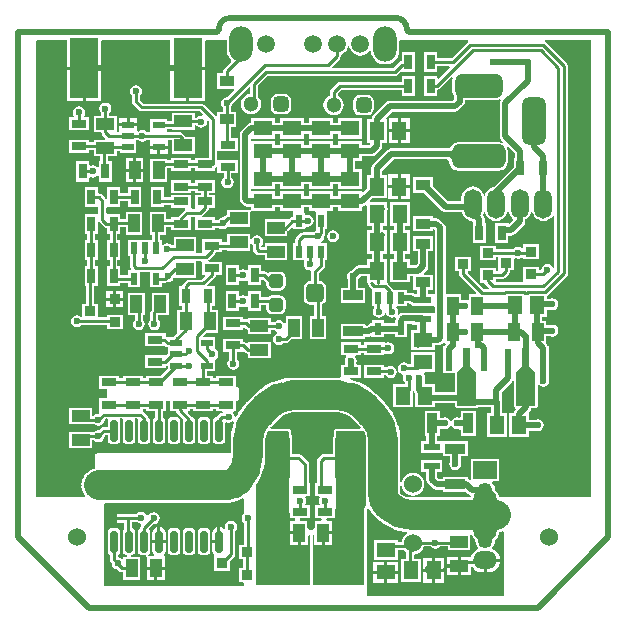
<source format=gtl>
G04*
G04 #@! TF.GenerationSoftware,Altium Limited,CircuitStudio,1.5.2 (1.5.2.30)*
G04*
G04 Layer_Physical_Order=1*
G04 Layer_Color=11767835*
%FSLAX44Y44*%
%MOMM*%
G71*
G01*
G75*
%ADD10R,0.7000X1.3000*%
G04:AMPARAMS|DCode=11|XSize=0.6mm|YSize=1.9mm|CornerRadius=0.15mm|HoleSize=0mm|Usage=FLASHONLY|Rotation=180.000|XOffset=0mm|YOffset=0mm|HoleType=Round|Shape=RoundedRectangle|*
%AMROUNDEDRECTD11*
21,1,0.6000,1.6000,0,0,180.0*
21,1,0.3000,1.9000,0,0,180.0*
1,1,0.3000,-0.1500,0.8000*
1,1,0.3000,0.1500,0.8000*
1,1,0.3000,0.1500,-0.8000*
1,1,0.3000,-0.1500,-0.8000*
%
%ADD11ROUNDEDRECTD11*%
%ADD12R,2.4130X5.0800*%
%ADD13R,1.0000X1.5240*%
%ADD14R,1.6000X1.3000*%
%ADD15R,1.3000X1.6000*%
%ADD16R,0.2500X0.2500*%
%ADD17R,0.5400X1.8900*%
%ADD18R,1.3000X0.7000*%
%ADD19R,0.6000X1.0000*%
%ADD20R,0.9144X0.8128*%
%ADD21R,0.2540X0.2540*%
%ADD22R,1.5240X1.0000*%
%ADD23R,1.0000X0.6000*%
%ADD24R,1.2200X0.9100*%
%ADD25R,1.7020X0.9140*%
%ADD26R,0.9140X1.7020*%
%ADD27R,1.4000X0.6000*%
%ADD28R,1.4500X0.6000*%
G04:AMPARAMS|DCode=29|XSize=1.6mm|YSize=3.5mm|CornerRadius=0.2mm|HoleSize=0mm|Usage=FLASHONLY|Rotation=0.000|XOffset=0mm|YOffset=0mm|HoleType=Round|Shape=RoundedRectangle|*
%AMROUNDEDRECTD29*
21,1,1.6000,3.1000,0,0,0.0*
21,1,1.2000,3.5000,0,0,0.0*
1,1,0.4000,0.6000,-1.5500*
1,1,0.4000,-0.6000,-1.5500*
1,1,0.4000,-0.6000,1.5500*
1,1,0.4000,0.6000,1.5500*
%
%ADD29ROUNDEDRECTD29*%
%ADD30R,1.6000X3.5000*%
G04:AMPARAMS|DCode=31|XSize=1.2mm|YSize=1.2mm|CornerRadius=0.3mm|HoleSize=0mm|Usage=FLASHONLY|Rotation=270.000|XOffset=0mm|YOffset=0mm|HoleType=Round|Shape=RoundedRectangle|*
%AMROUNDEDRECTD31*
21,1,1.2000,0.6000,0,0,270.0*
21,1,0.6000,1.2000,0,0,270.0*
1,1,0.6000,-0.3000,-0.3000*
1,1,0.6000,-0.3000,0.3000*
1,1,0.6000,0.3000,0.3000*
1,1,0.6000,0.3000,-0.3000*
%
%ADD31ROUNDEDRECTD31*%
G04:AMPARAMS|DCode=32|XSize=1.6mm|YSize=1.5mm|CornerRadius=0.375mm|HoleSize=0mm|Usage=FLASHONLY|Rotation=270.000|XOffset=0mm|YOffset=0mm|HoleType=Round|Shape=RoundedRectangle|*
%AMROUNDEDRECTD32*
21,1,1.6000,0.7500,0,0,270.0*
21,1,0.8500,1.5000,0,0,270.0*
1,1,0.7500,-0.3750,-0.4250*
1,1,0.7500,-0.3750,0.4250*
1,1,0.7500,0.3750,0.4250*
1,1,0.7500,0.3750,-0.4250*
%
%ADD32ROUNDEDRECTD32*%
%ADD33C,0.2540*%
%ADD34C,0.5000*%
%ADD35C,0.2500*%
%ADD36C,2.5000*%
%ADD37O,1.5000X2.5000*%
%ADD38C,1.5240*%
%ADD39C,1.3000*%
G04:AMPARAMS|DCode=40|XSize=1.3mm|YSize=1.3mm|CornerRadius=0.325mm|HoleSize=0mm|Usage=FLASHONLY|Rotation=180.000|XOffset=0mm|YOffset=0mm|HoleType=Round|Shape=RoundedRectangle|*
%AMROUNDEDRECTD40*
21,1,1.3000,0.6500,0,0,180.0*
21,1,0.6500,1.3000,0,0,180.0*
1,1,0.6500,-0.3250,0.3250*
1,1,0.6500,0.3250,0.3250*
1,1,0.6500,0.3250,-0.3250*
1,1,0.6500,-0.3250,-0.3250*
%
%ADD40ROUNDEDRECTD40*%
G04:AMPARAMS|DCode=41|XSize=2mm|YSize=4mm|CornerRadius=0.5mm|HoleSize=0mm|Usage=FLASHONLY|Rotation=90.000|XOffset=0mm|YOffset=0mm|HoleType=Round|Shape=RoundedRectangle|*
%AMROUNDEDRECTD41*
21,1,2.0000,3.0000,0,0,90.0*
21,1,1.0000,4.0000,0,0,90.0*
1,1,1.0000,1.5000,0.5000*
1,1,1.0000,1.5000,-0.5000*
1,1,1.0000,-1.5000,-0.5000*
1,1,1.0000,-1.5000,0.5000*
%
%ADD41ROUNDEDRECTD41*%
G04:AMPARAMS|DCode=42|XSize=2mm|YSize=4.5mm|CornerRadius=0.5mm|HoleSize=0mm|Usage=FLASHONLY|Rotation=270.000|XOffset=0mm|YOffset=0mm|HoleType=Round|Shape=RoundedRectangle|*
%AMROUNDEDRECTD42*
21,1,2.0000,3.5000,0,0,270.0*
21,1,1.0000,4.5000,0,0,270.0*
1,1,1.0000,-1.7500,-0.5000*
1,1,1.0000,-1.7500,0.5000*
1,1,1.0000,1.7500,0.5000*
1,1,1.0000,1.7500,-0.5000*
%
%ADD42ROUNDEDRECTD42*%
G04:AMPARAMS|DCode=43|XSize=2mm|YSize=4mm|CornerRadius=0.5mm|HoleSize=0mm|Usage=FLASHONLY|Rotation=180.000|XOffset=0mm|YOffset=0mm|HoleType=Round|Shape=RoundedRectangle|*
%AMROUNDEDRECTD43*
21,1,2.0000,3.0000,0,0,180.0*
21,1,1.0000,4.0000,0,0,180.0*
1,1,1.0000,-0.5000,1.5000*
1,1,1.0000,0.5000,1.5000*
1,1,1.0000,0.5000,-1.5000*
1,1,1.0000,-0.5000,-1.5000*
%
%ADD43ROUNDEDRECTD43*%
%ADD44C,1.5000*%
%ADD45O,2.0000X3.0000*%
%ADD46R,2.5400X2.5400*%
%ADD47C,2.5400*%
%ADD48O,2.0000X1.5000*%
%ADD49C,2.0000*%
%ADD50R,2.0000X1.5000*%
%ADD51C,0.6000*%
%ADD52C,1.2500*%
G36*
X603412Y735099D02*
Y731000D01*
X602500D01*
Y723488D01*
X585880Y706869D01*
X585020Y706755D01*
X582709Y705798D01*
X580724Y704275D01*
X579202Y702291D01*
X578245Y699980D01*
X578140Y699189D01*
X576859D01*
X576755Y699980D01*
X575798Y702291D01*
X574275Y704275D01*
X572291Y705798D01*
X569980Y706755D01*
X567500Y707082D01*
X565020Y706755D01*
X562709Y705798D01*
X560724Y704275D01*
X559202Y702291D01*
X558245Y699980D01*
X557918Y697500D01*
Y694588D01*
X546900D01*
X533600Y707888D01*
Y714900D01*
X517400D01*
Y701800D01*
X526711D01*
X541756Y686756D01*
X543244Y685761D01*
X545000Y685412D01*
X558193D01*
X558245Y685020D01*
X559202Y682709D01*
X560724Y680724D01*
X562709Y679202D01*
X565020Y678244D01*
X567094Y677971D01*
X567851Y676797D01*
X567505Y676000D01*
X567500D01*
Y659000D01*
X578500D01*
Y676000D01*
X577588D01*
Y679500D01*
X577239Y681256D01*
X576244Y682744D01*
X575939Y683049D01*
X576755Y685020D01*
X576859Y685810D01*
X578140D01*
X578245Y685020D01*
X579202Y682709D01*
X580724Y680724D01*
X582709Y679202D01*
X585020Y678244D01*
X587500Y677918D01*
X589980Y678244D01*
X592291Y679202D01*
X594275Y680724D01*
X595798Y682709D01*
X596755Y685020D01*
X596859Y685810D01*
X598140D01*
X598245Y685020D01*
X599202Y682709D01*
X600724Y680724D01*
X601695Y679980D01*
X601805Y678294D01*
X598770Y675258D01*
X597500Y675785D01*
Y676000D01*
X586500D01*
Y659000D01*
X597500D01*
Y665412D01*
X600000D01*
X601756Y665761D01*
X603244Y666756D01*
X610744Y674256D01*
X611739Y675744D01*
X612088Y677500D01*
Y679118D01*
X612291Y679202D01*
X614275Y680724D01*
X615798Y682709D01*
X616755Y685020D01*
X616859Y685810D01*
X618140D01*
X618245Y685020D01*
X619202Y682709D01*
X620724Y680724D01*
X622709Y679202D01*
X625020Y678244D01*
X627500Y677918D01*
X629980Y678244D01*
X632291Y679202D01*
X634275Y680724D01*
X635396Y682185D01*
X636666Y681753D01*
Y639213D01*
X635488Y638431D01*
X635396Y638442D01*
X634355Y640000D01*
X632701Y641105D01*
X630750Y641493D01*
X628799Y641105D01*
X627145Y640000D01*
X626040Y638346D01*
X625652Y636395D01*
X625463Y636165D01*
X623676D01*
Y638895D01*
X610532D01*
Y626767D01*
X609719Y625834D01*
X586926D01*
Y628497D01*
X592186D01*
X593462Y628751D01*
X594543Y629473D01*
X598285Y633216D01*
X599008Y634297D01*
X599262Y635573D01*
Y636267D01*
X602500D01*
Y645959D01*
X603770Y646637D01*
X604315Y646273D01*
X606266Y645885D01*
X608217Y646273D01*
X609262Y646972D01*
X610532Y646293D01*
Y645919D01*
X623676D01*
Y658047D01*
X610532D01*
Y655674D01*
X609262Y654995D01*
X608217Y655693D01*
X606266Y656081D01*
X604315Y655693D01*
X602661Y654588D01*
X602480Y654317D01*
X586926D01*
Y657047D01*
X573782D01*
Y644919D01*
X586926D01*
Y647649D01*
X589356D01*
Y636267D01*
X589356Y636267D01*
X589356D01*
X589356Y636267D01*
X588950Y635165D01*
X586926D01*
Y637895D01*
X573782D01*
Y625767D01*
X577342D01*
X577996Y624788D01*
X581254Y621530D01*
X580768Y620357D01*
X577891D01*
X577506Y620434D01*
X576752D01*
X563189Y633997D01*
X563715Y635267D01*
X565750D01*
Y647395D01*
X552606D01*
Y635267D01*
X555864D01*
Y633322D01*
X556075Y632264D01*
X556116Y632054D01*
X556835Y630979D01*
X570770Y617043D01*
X570284Y615870D01*
X564160D01*
Y611362D01*
X563114Y610707D01*
X562890Y610721D01*
X560999Y611097D01*
X559110Y610722D01*
X559028Y610717D01*
X557840Y611164D01*
Y615870D01*
X544588D01*
Y672500D01*
X544239Y674256D01*
X543244Y675744D01*
X540094Y678894D01*
X538606Y679889D01*
X536850Y680238D01*
X533600D01*
Y682200D01*
X517400D01*
Y669100D01*
X533600D01*
Y671062D01*
X534949D01*
X535412Y670599D01*
Y615911D01*
X534250Y615650D01*
X534142Y615650D01*
X529838D01*
Y619350D01*
X533600D01*
Y632450D01*
X527139D01*
X527006Y632539D01*
X526645Y632611D01*
X526596Y632774D01*
X526451Y634040D01*
X528105Y635145D01*
X529210Y636799D01*
X529324Y637374D01*
X529739Y637994D01*
X530088Y639750D01*
Y652050D01*
X533600D01*
Y665150D01*
X517400D01*
Y652050D01*
X520912D01*
Y642366D01*
X520895Y642355D01*
X519790Y640701D01*
X519747Y640486D01*
X519500Y640238D01*
X514250D01*
Y645900D01*
X510338D01*
Y649950D01*
X514250D01*
Y669950D01*
X510338D01*
Y674000D01*
X514250D01*
Y694000D01*
X497250D01*
Y674000D01*
X501162D01*
Y669950D01*
X497250D01*
Y649950D01*
X501162D01*
Y645900D01*
X497250D01*
Y625900D01*
X514250D01*
Y631062D01*
X517400D01*
Y619350D01*
X520662D01*
Y615650D01*
X519088D01*
X518842Y615897D01*
X517353Y616891D01*
X515597Y617240D01*
X511749D01*
Y619652D01*
X500454D01*
X500330Y620276D01*
X499607Y621358D01*
X496017Y624948D01*
X495250Y625900D01*
X495250D01*
Y645900D01*
X491338D01*
Y649950D01*
X495250D01*
Y666040D01*
X495295Y666800D01*
X495250Y666931D01*
Y669950D01*
X493277D01*
X491912Y670614D01*
X491338Y670648D01*
Y674000D01*
X495250D01*
Y686550D01*
X495588Y688250D01*
X495250Y689949D01*
Y694000D01*
X481398D01*
X480912Y695173D01*
X482738Y697000D01*
X494750D01*
Y717000D01*
X490838D01*
Y720599D01*
X500650Y730412D01*
X545983D01*
X546756Y729256D01*
X547939Y728465D01*
Y727500D01*
X548180Y725673D01*
X548885Y723970D01*
X550008Y722507D01*
X551470Y721385D01*
X553173Y720680D01*
X555000Y720440D01*
X590000D01*
X591827Y720680D01*
X593530Y721385D01*
X594992Y722507D01*
X596114Y723970D01*
X596820Y725673D01*
X597060Y727500D01*
Y737500D01*
X596820Y739327D01*
X596418Y740297D01*
X597495Y741016D01*
X603412Y735099D01*
D02*
G37*
G36*
X667500Y831000D02*
X667500Y444898D01*
X666602Y444000D01*
X590018D01*
X589941Y444583D01*
X588732Y447502D01*
X586808Y450009D01*
X586554Y450204D01*
X586571Y450336D01*
X586287Y452490D01*
X585456Y454497D01*
X584241Y456080D01*
X584523Y457350D01*
X590250D01*
Y476350D01*
X566250D01*
Y458969D01*
X566238Y458955D01*
X564980Y458348D01*
X563976Y459019D01*
X563260Y459161D01*
Y461350D01*
X542240D01*
Y459368D01*
X538870D01*
X537588Y460650D01*
Y465500D01*
X542000D01*
Y475500D01*
X524000D01*
Y465500D01*
X528412D01*
Y458750D01*
X528761Y456994D01*
X529755Y455506D01*
X533726Y451536D01*
X535214Y450541D01*
X536970Y450192D01*
X542240D01*
Y448210D01*
X562301D01*
X563419Y447092D01*
X564908Y446097D01*
X565217Y446035D01*
X565853Y444757D01*
X565427Y444000D01*
X512378D01*
X510902Y444448D01*
X508102Y445944D01*
X506227Y447483D01*
X506229Y453381D01*
X507499Y453464D01*
X507627Y452489D01*
X508597Y450149D01*
X510139Y448139D01*
X512148Y446597D01*
X514488Y445628D01*
X517000Y445297D01*
X519511Y445628D01*
X521851Y446597D01*
X523861Y448139D01*
X525403Y450149D01*
X526372Y452489D01*
X526703Y455000D01*
X526372Y457511D01*
X525403Y459851D01*
X523861Y461861D01*
X521851Y463403D01*
X519511Y464372D01*
X517000Y464703D01*
X514488Y464372D01*
X512148Y463403D01*
X510139Y461861D01*
X508597Y459851D01*
X507627Y457511D01*
X507500Y456544D01*
X506230Y456628D01*
X506243Y491712D01*
X506271Y491924D01*
X506335Y492250D01*
Y492250D01*
X506322Y492316D01*
X506331Y492383D01*
X505961Y498030D01*
X505926Y498159D01*
Y498294D01*
X504822Y503843D01*
X504771Y503968D01*
X504753Y504101D01*
X502934Y509459D01*
X502867Y509576D01*
X502832Y509706D01*
X500330Y514780D01*
X500248Y514887D01*
X500196Y515011D01*
X497053Y519716D01*
X496958Y519811D01*
X496890Y519928D01*
X493160Y524182D01*
X493099Y524228D01*
X493056Y524292D01*
X485922Y531301D01*
X485814Y531442D01*
X485629Y531719D01*
X485573Y531756D01*
X485532Y531810D01*
X481278Y535541D01*
X481161Y535608D01*
X481066Y535703D01*
X476361Y538847D01*
X476237Y538898D01*
X476130Y538980D01*
X471055Y541483D01*
X470925Y541517D01*
X470809Y541585D01*
X465451Y543403D01*
X465318Y543421D01*
X465193Y543472D01*
X463898Y543730D01*
X464023Y545000D01*
X472750D01*
Y556000D01*
X469278D01*
X468940Y557270D01*
X468960Y557299D01*
X469348Y559250D01*
X468960Y561201D01*
X467938Y562730D01*
X468081Y563308D01*
X468426Y564000D01*
X472750D01*
Y566166D01*
X475749D01*
Y564000D01*
X492749D01*
Y564979D01*
X493869Y565577D01*
X494299Y565290D01*
X496250Y564902D01*
X498201Y565290D01*
X499855Y566395D01*
X500960Y568049D01*
X501348Y570000D01*
X500960Y571951D01*
X499855Y573605D01*
X498201Y574710D01*
X496250Y575098D01*
X494299Y574710D01*
X493851Y574411D01*
X492749Y575000D01*
Y575000D01*
X492749Y575000D01*
X475749D01*
Y572834D01*
X472750D01*
Y575000D01*
X455750D01*
Y564000D01*
X460073D01*
X460419Y563308D01*
X460562Y562730D01*
X459540Y561201D01*
X459152Y559250D01*
X459540Y557299D01*
X459559Y557270D01*
X459221Y556000D01*
X455750D01*
Y546122D01*
X454509Y544930D01*
X453733Y544981D01*
X453666Y544972D01*
X453600Y544986D01*
X453600D01*
X453597Y544985D01*
X453595Y544986D01*
X416027Y544894D01*
X415826Y544921D01*
X415500Y544986D01*
X415500D01*
X415434Y544972D01*
X415367Y544981D01*
X409720Y544611D01*
X409590Y544576D01*
X409456D01*
X403906Y543472D01*
X403782Y543421D01*
X403649Y543403D01*
X398291Y541585D01*
X398174Y541517D01*
X398044Y541483D01*
X392970Y538980D01*
X392863Y538898D01*
X392738Y538847D01*
X388034Y535703D01*
X387939Y535608D01*
X387822Y535541D01*
X383568Y531810D01*
X383521Y531749D01*
X383458Y531706D01*
X376449Y524572D01*
X376308Y524464D01*
X376031Y524279D01*
X375994Y524223D01*
X375940Y524182D01*
X372209Y519928D01*
X372142Y519811D01*
X372047Y519716D01*
X368903Y515011D01*
X368852Y514887D01*
X368770Y514780D01*
X367324Y511849D01*
X366560Y511943D01*
X366065Y512166D01*
X365710Y513951D01*
X364688Y515480D01*
X364831Y516059D01*
X365177Y516750D01*
X367500D01*
Y525711D01*
X368280Y525866D01*
X368942Y526308D01*
X369384Y526970D01*
X369539Y527750D01*
Y535750D01*
X369384Y536530D01*
X368942Y537192D01*
X368280Y537634D01*
X367500Y537789D01*
Y546750D01*
X350500D01*
Y544584D01*
X347700D01*
Y546750D01*
X342534D01*
Y550500D01*
X349752D01*
Y560500D01*
X349752Y560500D01*
X349752D01*
X350702Y561293D01*
X350854Y561395D01*
X351960Y563049D01*
X352348Y565000D01*
X351960Y566951D01*
X350854Y568605D01*
X350685Y568718D01*
X349752Y569500D01*
X349752D01*
X349752Y569500D01*
Y579500D01*
X339624D01*
X339138Y580673D01*
X341845Y583380D01*
X351910D01*
Y602620D01*
X346834D01*
Y605500D01*
X349000D01*
Y622500D01*
X343511D01*
X342985Y623770D01*
X349357Y630143D01*
X350080Y631224D01*
X350334Y632500D01*
X355500D01*
Y643500D01*
X344185D01*
X343800Y644770D01*
X344357Y645142D01*
X349357Y650142D01*
X350080Y651224D01*
X350135Y651500D01*
X355500D01*
Y653012D01*
X359880D01*
Y652840D01*
X379120D01*
Y658325D01*
X379330Y658406D01*
X380390Y658536D01*
X381346Y657105D01*
X381617Y656924D01*
Y654049D01*
X381870Y652773D01*
X382593Y651692D01*
X384142Y650143D01*
X385224Y649420D01*
X386500Y649166D01*
X391380D01*
Y644840D01*
X410620D01*
Y658840D01*
X391380D01*
Y655834D01*
X388819D01*
X388554Y657104D01*
X388555Y657105D01*
X389660Y658759D01*
X390049Y660710D01*
X389660Y662661D01*
X388555Y664315D01*
X386902Y665420D01*
X384951Y665808D01*
X383000Y665420D01*
X381346Y664315D01*
X380390Y662884D01*
X379330Y663014D01*
X379120Y663095D01*
Y666840D01*
X359880D01*
Y659680D01*
X355500D01*
Y662500D01*
X338500D01*
Y651500D01*
X337506Y650834D01*
X333620D01*
Y664160D01*
X314380D01*
Y657334D01*
X312785D01*
X312605Y657605D01*
X310951Y658710D01*
X309000Y659098D01*
X307049Y658710D01*
X305769Y657855D01*
X304499Y658376D01*
Y662002D01*
X302833D01*
Y666380D01*
X308160D01*
Y672666D01*
X312500D01*
Y670000D01*
X329500D01*
Y681000D01*
X330494Y681666D01*
X331506D01*
X332500Y681000D01*
X332500Y680396D01*
Y670000D01*
X349500D01*
Y672166D01*
X352738D01*
X354049Y671290D01*
X356000Y670902D01*
X357951Y671290D01*
X359604Y672395D01*
X360116Y673160D01*
X379120D01*
Y685249D01*
X379867Y686210D01*
X379867D01*
X380390Y686210D01*
X399867D01*
Y689622D01*
X404443D01*
Y686210D01*
X415349D01*
X415500Y685002D01*
X415500Y684940D01*
Y681336D01*
X415002D01*
X413726Y681083D01*
X412645Y680360D01*
X411799Y679514D01*
X410620Y679160D01*
Y679160D01*
X410620Y679160D01*
X391380D01*
Y665160D01*
X410620D01*
Y668984D01*
X410857Y669143D01*
X414327Y672612D01*
X415500Y672126D01*
Y671002D01*
X425500D01*
Y672246D01*
X426770Y673147D01*
X428000Y672902D01*
X429951Y673290D01*
X431604Y674395D01*
X432710Y676049D01*
X433098Y678000D01*
X432710Y679951D01*
X431604Y681605D01*
X429951Y682710D01*
X428000Y683098D01*
X426770Y682853D01*
X425500Y683754D01*
Y685002D01*
X424594D01*
Y685002D01*
X424443Y686210D01*
X424443Y686272D01*
Y689622D01*
X429020D01*
Y686210D01*
X434348D01*
X434499Y685002D01*
X434499Y684940D01*
Y671002D01*
X435036D01*
X435161Y669732D01*
X435049Y669710D01*
X433395Y668605D01*
X433214Y668334D01*
X424000D01*
X422724Y668080D01*
X421642Y667357D01*
X418143Y663858D01*
X417420Y662776D01*
X417166Y661500D01*
Y658998D01*
X415500D01*
Y644998D01*
X424476D01*
X425075Y643878D01*
X424790Y643451D01*
X424402Y641500D01*
X424790Y639549D01*
X425895Y637895D01*
X427549Y636790D01*
X429500Y636402D01*
X429655Y636433D01*
X430735Y635353D01*
X430664Y634999D01*
Y627113D01*
X430250D01*
X428007Y626666D01*
X426105Y625396D01*
X424834Y623493D01*
X424387Y621250D01*
Y612750D01*
X424834Y610507D01*
X426105Y608605D01*
X428007Y607334D01*
X430250Y606887D01*
X433326D01*
Y597120D01*
X429660D01*
Y577880D01*
X443660D01*
Y597120D01*
X439994D01*
Y607334D01*
X441895Y608605D01*
X443166Y610507D01*
X443613Y612750D01*
Y621250D01*
X443166Y623493D01*
X441895Y625396D01*
X439994Y626666D01*
X437750Y627113D01*
X437332D01*
Y633618D01*
X441857Y638142D01*
X442580Y639224D01*
X442833Y640500D01*
Y644998D01*
X444499D01*
Y658998D01*
X438963D01*
X438838Y660268D01*
X438951Y660290D01*
X440605Y661395D01*
X441710Y663049D01*
X442098Y665000D01*
X442021Y665387D01*
X442580Y666224D01*
X442833Y667500D01*
Y671002D01*
X444499D01*
Y684940D01*
X444499Y685002D01*
X444650Y686210D01*
X449020D01*
Y689622D01*
X453597D01*
Y686210D01*
X473597D01*
Y690122D01*
X473960D01*
X475715Y690471D01*
X476980Y691316D01*
X478250Y690919D01*
Y674000D01*
X482162D01*
Y669950D01*
X478250D01*
Y649950D01*
X482162D01*
Y645900D01*
X478250D01*
Y640488D01*
X470900D01*
X469144Y640139D01*
X467655Y639144D01*
X467152Y638391D01*
X464514Y635753D01*
X464299Y635710D01*
X462645Y634605D01*
X461540Y632951D01*
X461152Y631000D01*
X461540Y629049D01*
X461662Y628867D01*
Y621440D01*
X455740D01*
Y608300D01*
X476760D01*
Y621440D01*
X470838D01*
Y628867D01*
X470960Y629049D01*
X471002Y629264D01*
X473050Y631312D01*
X478250D01*
Y627074D01*
X478250Y625900D01*
Y625900D01*
X478570Y624727D01*
X478670Y624224D01*
X479392Y623143D01*
X481892Y620643D01*
X481962Y620596D01*
X482750Y619652D01*
X482750Y619652D01*
Y605652D01*
X484416D01*
Y604262D01*
X483540Y602951D01*
X483152Y601000D01*
X483540Y599049D01*
X484645Y597395D01*
X486299Y596290D01*
X488250Y595902D01*
X490201Y596290D01*
X491855Y597395D01*
X492960Y599049D01*
X493102Y599766D01*
X494397D01*
X494540Y599049D01*
X495645Y597395D01*
X497299Y596290D01*
X499250Y595902D01*
X501201Y596290D01*
X502057Y596862D01*
X502972Y595946D01*
X502510Y595256D01*
X502191Y593648D01*
X501749D01*
Y591236D01*
X492750D01*
Y593648D01*
X482750D01*
Y591236D01*
X481898D01*
X480142Y590887D01*
X478653Y589892D01*
X478030Y589269D01*
X476760Y589623D01*
Y591000D01*
X455740D01*
Y577860D01*
X476760D01*
Y579842D01*
X479680D01*
X481436Y580191D01*
X481630Y580321D01*
X482750Y579723D01*
Y579648D01*
X492750D01*
Y582060D01*
X501749D01*
Y579648D01*
X511749D01*
Y590912D01*
X516000D01*
Y589650D01*
X520662D01*
Y585650D01*
X515250D01*
Y568650D01*
X535250D01*
Y572562D01*
X538020D01*
X539776Y572911D01*
X541264Y573906D01*
X542159Y574801D01*
X543778Y574710D01*
X544090Y574380D01*
D01*
X544571Y573219D01*
X544256Y572905D01*
X543618Y571950D01*
X542800D01*
Y549050D01*
X551191D01*
X551930Y549050D01*
X552200D01*
X552461Y547888D01*
X552461Y547888D01*
Y532838D01*
X535750D01*
Y540000D01*
X527088D01*
Y543117D01*
X527210Y543299D01*
X527598Y545250D01*
X527210Y547201D01*
X526422Y548380D01*
X527026Y549650D01*
X535250D01*
Y566650D01*
X515250D01*
Y556386D01*
X513186D01*
X513005Y556657D01*
X511351Y557762D01*
X509400Y558150D01*
X507449Y557762D01*
X505795Y556657D01*
X504690Y555003D01*
X504302Y553052D01*
X504690Y551101D01*
X505795Y549447D01*
X507449Y548342D01*
X507856Y548261D01*
X508518Y547091D01*
X508152Y545250D01*
X508540Y543299D01*
X509645Y541645D01*
X509916Y541464D01*
Y540000D01*
X499750D01*
Y520000D01*
X516750D01*
Y534081D01*
X518020Y534206D01*
X518261Y532994D01*
X518750Y532262D01*
Y520000D01*
X535750D01*
Y523662D01*
X552461D01*
Y521500D01*
X552616Y520720D01*
X553058Y520058D01*
X553720Y519616D01*
X554500Y519461D01*
X570500D01*
X571280Y519616D01*
X571942Y520058D01*
X572178Y520411D01*
X583412D01*
Y515000D01*
X579500D01*
Y495000D01*
X596500D01*
Y515000D01*
X592588D01*
Y524499D01*
X592543Y524726D01*
X592597Y525000D01*
X592209Y526951D01*
X592087Y527133D01*
Y533099D01*
X600744Y541756D01*
X601191Y542424D01*
X602461Y542039D01*
Y521500D01*
X602616Y520720D01*
X603058Y520058D01*
X603720Y519616D01*
X603813Y519598D01*
X604231Y518219D01*
X603756Y517744D01*
X602761Y516256D01*
X602511Y515000D01*
X598500D01*
Y495000D01*
X615500D01*
Y500412D01*
X620367D01*
X620549Y500290D01*
X622500Y499902D01*
X624451Y500290D01*
X626105Y501395D01*
X627210Y503049D01*
X627598Y505000D01*
X627210Y506951D01*
X626105Y508605D01*
X624451Y509710D01*
X622500Y510098D01*
X620549Y509710D01*
X620367Y509588D01*
X615500D01*
Y515000D01*
X615500Y515000D01*
X615500D01*
X615099Y516110D01*
X615744Y516756D01*
X616739Y518244D01*
X616981Y519461D01*
X620500D01*
X621280Y519616D01*
X621942Y520058D01*
X622384Y520720D01*
X622539Y521500D01*
Y538639D01*
X623809Y539024D01*
X623895Y538895D01*
X625549Y537790D01*
X627500Y537402D01*
X629451Y537790D01*
X631105Y538895D01*
X632210Y540549D01*
X632598Y542500D01*
X632210Y544451D01*
X632088Y544633D01*
Y549050D01*
X632200D01*
Y571950D01*
X631609D01*
X630744Y573244D01*
X630474Y573515D01*
X629660Y574380D01*
X629660D01*
X629660Y574380D01*
Y580412D01*
X632867D01*
X633049Y580290D01*
X635000Y579902D01*
X636951Y580290D01*
X638605Y581395D01*
X639710Y583049D01*
X640098Y585000D01*
X639710Y586951D01*
X638605Y588605D01*
X636951Y589710D01*
X635000Y590098D01*
X633049Y589710D01*
X632867Y589588D01*
X629660D01*
Y593620D01*
X626588D01*
Y596410D01*
X630500D01*
Y602912D01*
X632867D01*
X633049Y602790D01*
X635000Y602402D01*
X636951Y602790D01*
X638605Y603895D01*
X639710Y605549D01*
X640098Y607500D01*
X639710Y609451D01*
X638605Y611105D01*
X636951Y612210D01*
X635000Y612598D01*
X633049Y612210D01*
X632867Y612088D01*
X630500D01*
Y614719D01*
X631395Y615317D01*
X647343Y631264D01*
X648061Y632340D01*
X648314Y633608D01*
Y808892D01*
X648061Y810160D01*
X647823Y810517D01*
X647343Y811235D01*
X629215Y829363D01*
X628666Y829730D01*
X629052Y831000D01*
X667500D01*
D02*
G37*
G36*
X514355Y607406D02*
X515844Y606411D01*
X516250Y606330D01*
Y605650D01*
X534142D01*
X534250Y605650D01*
X535412Y605390D01*
Y600514D01*
X534500Y599650D01*
X526288D01*
X526156Y599739D01*
X524400Y600088D01*
X508749D01*
X506994Y599739D01*
X505505Y598744D01*
X504836Y598075D01*
X503850Y598885D01*
X503960Y599049D01*
X504348Y601000D01*
X503960Y602951D01*
X503003Y604382D01*
X503399Y605652D01*
X511749D01*
Y608064D01*
X513697D01*
X514355Y607406D01*
D02*
G37*
G36*
X453595Y515807D02*
X453597Y515807D01*
X453600Y515807D01*
X453862Y515859D01*
X456759Y515574D01*
X459798Y514652D01*
X462598Y513156D01*
X465123Y511083D01*
X472424Y503659D01*
X472431Y503654D01*
X472436Y503647D01*
X472659Y503498D01*
X472914Y503187D01*
X472371Y502039D01*
X452201D01*
X452004Y502000D01*
X451803D01*
X451635Y501967D01*
X451635D01*
X451450Y501890D01*
X451420Y501884D01*
X451395Y501867D01*
X451257Y501810D01*
X450900Y501662D01*
X450900Y501662D01*
X450337Y501100D01*
X450190Y500743D01*
X450132Y500605D01*
X450116Y500580D01*
X450110Y500550D01*
X450033Y500364D01*
Y500364D01*
X450000Y500197D01*
Y499996D01*
X449961Y499799D01*
Y495651D01*
X449232Y494561D01*
X448922Y493000D01*
Y480834D01*
X441500D01*
X440224Y480580D01*
X439142Y479857D01*
X436642Y477357D01*
X435919Y476276D01*
X435666Y475000D01*
Y456000D01*
X434000D01*
Y445000D01*
X437632D01*
X438311Y443730D01*
X437790Y442951D01*
X437402Y441000D01*
X437790Y439049D01*
X438311Y438270D01*
X437632Y437000D01*
X434000D01*
Y426000D01*
X439170D01*
X439675Y424835D01*
X438536Y423620D01*
X433910D01*
Y418686D01*
X433466Y418212D01*
X433466Y418212D01*
X431315Y415917D01*
X431315Y415917D01*
X429578Y415911D01*
X427590Y418027D01*
Y423620D01*
X422336D01*
X421196Y424834D01*
X421700Y426000D01*
X430000D01*
Y437000D01*
X426368D01*
X425689Y438270D01*
X426210Y439049D01*
X426598Y441000D01*
X426210Y442951D01*
X425689Y443730D01*
X426368Y445000D01*
X430000D01*
Y456000D01*
X428834D01*
Y472000D01*
X428580Y473276D01*
X427858Y474357D01*
X422357Y479857D01*
X421276Y480580D01*
X420000Y480834D01*
X415000D01*
Y497000D01*
X414039D01*
Y499799D01*
X413994Y500025D01*
X413987Y500254D01*
X413947Y500345D01*
X413934Y500444D01*
X413898Y500508D01*
X413884Y500579D01*
X413756Y500771D01*
X413662Y500980D01*
X413590Y501049D01*
X413540Y501135D01*
X413482Y501180D01*
X413442Y501241D01*
X413251Y501369D01*
X413083Y501526D01*
X412990Y501562D01*
X412912Y501623D01*
X412912Y501623D01*
X412841Y501642D01*
X412780Y501683D01*
X412555Y501728D01*
X412340Y501810D01*
X411153Y502011D01*
X410981Y502006D01*
X410813Y502039D01*
X396729Y502039D01*
X396186Y503187D01*
X396667Y503773D01*
X404091Y511074D01*
X404096Y511081D01*
X404103Y511086D01*
X404252Y511309D01*
X406502Y513156D01*
X409302Y514652D01*
X412340Y515574D01*
X415597Y515895D01*
X453595Y515807D01*
D02*
G37*
G36*
X591356Y780146D02*
X590761Y779256D01*
X590412Y777500D01*
Y750000D01*
X590761Y748244D01*
X591756Y746756D01*
X593516Y744995D01*
X592797Y743918D01*
X591827Y744320D01*
X590000Y744560D01*
X555000D01*
X553173Y744320D01*
X551470Y743615D01*
X550008Y742493D01*
X548885Y741030D01*
X548288Y739588D01*
X498750D01*
X496994Y739239D01*
X495506Y738244D01*
X483006Y725744D01*
X482011Y724256D01*
X481662Y722500D01*
Y717000D01*
X477750D01*
Y704989D01*
X474770Y702009D01*
X473597Y702495D01*
Y703210D01*
X453597D01*
Y698798D01*
X449020D01*
Y703210D01*
X429020D01*
Y698798D01*
X424443D01*
Y703210D01*
X404443D01*
Y698798D01*
X399867D01*
Y703210D01*
X380246D01*
X379680Y704210D01*
X380246Y705210D01*
X380725D01*
X399867D01*
Y709122D01*
X404443D01*
Y705210D01*
X424443D01*
Y709122D01*
X429020D01*
Y705210D01*
X449020D01*
Y709122D01*
X453597D01*
Y705210D01*
X473597D01*
Y722210D01*
X468185D01*
Y728710D01*
X473597D01*
Y732622D01*
X481960D01*
X483716Y732971D01*
X485204Y733966D01*
X489744Y738506D01*
X490739Y739994D01*
X491088Y741750D01*
Y744250D01*
X495000D01*
Y764250D01*
X494898D01*
X494412Y765423D01*
X499400Y770412D01*
X552500D01*
X554256Y770761D01*
X555744Y771756D01*
X559729Y775741D01*
X560724Y777229D01*
X561073Y778985D01*
Y780440D01*
X587500D01*
X589327Y780680D01*
X590514Y781172D01*
X591356Y780146D01*
D02*
G37*
G36*
X374000Y442507D02*
Y430009D01*
X373395Y429605D01*
X372290Y427951D01*
X371901Y426000D01*
X372290Y424049D01*
X373395Y422395D01*
X373665Y422214D01*
Y403640D01*
X370016D01*
Y391512D01*
X373254D01*
Y384488D01*
X370016D01*
Y372360D01*
X373102D01*
X374000Y371462D01*
Y369000D01*
X255000Y369000D01*
X255000Y438063D01*
X255898Y438961D01*
X361142D01*
X361142Y438961D01*
X361923Y439116D01*
X362584Y439558D01*
X362584Y439558D01*
X362836Y439810D01*
X364580Y439981D01*
X364772Y440040D01*
X364972Y440060D01*
X369723Y441501D01*
X369900Y441595D01*
X370092Y441654D01*
X372910Y443160D01*
X374000Y442507D01*
D02*
G37*
G36*
X224080Y831000D02*
Y808270D01*
X238685D01*
X253290D01*
Y830102D01*
X254188Y831000D01*
X311710D01*
Y808270D01*
X326315D01*
X340920D01*
Y830102D01*
X341818Y831000D01*
X359396D01*
Y822500D01*
X359809Y819367D01*
X361018Y816448D01*
X362941Y813941D01*
X363021Y812736D01*
X357142Y806858D01*
X356420Y805776D01*
X356166Y804500D01*
Y803150D01*
X351400D01*
Y790050D01*
X365461D01*
X365947Y788877D01*
X359819Y782749D01*
X359500Y782813D01*
X357549Y782425D01*
X355895Y781320D01*
X354790Y779666D01*
X354402Y777715D01*
X354790Y775764D01*
X355895Y774110D01*
X356166Y773929D01*
Y770450D01*
X351400D01*
Y766849D01*
X350130Y766463D01*
X350026Y766619D01*
X340288Y776357D01*
X339206Y777080D01*
X337930Y777334D01*
X288881D01*
X285834Y780381D01*
Y783964D01*
X286105Y784145D01*
X287210Y785799D01*
X287598Y787750D01*
X287210Y789701D01*
X286105Y791355D01*
X284451Y792460D01*
X282500Y792848D01*
X280549Y792460D01*
X278895Y791355D01*
X277790Y789701D01*
X277402Y787750D01*
X277790Y785799D01*
X278895Y784145D01*
X279166Y783964D01*
Y779000D01*
X279420Y777724D01*
X280142Y776643D01*
X285142Y771642D01*
X286224Y770920D01*
X287500Y770666D01*
X336549D01*
X339151Y768064D01*
X338525Y766894D01*
X337500Y767098D01*
X335549Y766710D01*
X333895Y765605D01*
X333821Y765494D01*
X332120D01*
Y769160D01*
X312880D01*
Y762836D01*
X308752D01*
Y764500D01*
X294753D01*
Y754604D01*
X294753Y754500D01*
X294500Y753334D01*
X291786D01*
X291605Y753605D01*
X289951Y754710D01*
X288000Y755098D01*
X286049Y754710D01*
X284417Y753619D01*
X284266Y753678D01*
X283288Y754234D01*
Y758230D01*
X275748D01*
X268208D01*
Y754299D01*
X267112Y753540D01*
X266120Y753846D01*
Y767160D01*
X259834D01*
Y769214D01*
X260105Y769395D01*
X261210Y771049D01*
X261598Y773000D01*
X261210Y774951D01*
X260105Y776605D01*
X258451Y777710D01*
X256500Y778098D01*
X254549Y777710D01*
X252895Y776605D01*
X251790Y774951D01*
X251402Y773000D01*
X251790Y771049D01*
X252895Y769395D01*
X253166Y769214D01*
Y767160D01*
X246880D01*
Y753160D01*
X253166D01*
Y753000D01*
X253420Y751724D01*
X254142Y750642D01*
X256675Y748110D01*
X256149Y746840D01*
X246880D01*
Y744584D01*
X242750D01*
Y746750D01*
X225750D01*
Y735750D01*
X242750D01*
Y737916D01*
X246880D01*
Y732840D01*
X251916D01*
Y728290D01*
X251049D01*
Y723593D01*
X249779Y723207D01*
X249654Y723395D01*
X248000Y724500D01*
X246049Y724888D01*
X244319Y724544D01*
X243049Y725210D01*
Y728290D01*
X232049D01*
Y711290D01*
X243049D01*
Y714370D01*
X244319Y715036D01*
X246049Y714692D01*
X248000Y715080D01*
X249654Y716185D01*
X249779Y716372D01*
X251049Y715987D01*
Y711290D01*
X262049D01*
Y728290D01*
X258584D01*
Y732840D01*
X266120D01*
Y737166D01*
X268748D01*
Y735500D01*
X282748D01*
Y745000D01*
Y746666D01*
X284214D01*
X284395Y746395D01*
X286049Y745290D01*
X288000Y744902D01*
X289951Y745290D01*
X291605Y746395D01*
X291786Y746666D01*
X293202D01*
X294212Y746040D01*
X294212Y745396D01*
Y741770D01*
X301752D01*
X309293D01*
Y745396D01*
X309293Y746040D01*
X310303Y746666D01*
X310303Y746666D01*
X312880D01*
Y734840D01*
X332120D01*
Y748840D01*
X325203D01*
X324857Y749358D01*
X321857Y752358D01*
X320776Y753080D01*
X319500Y753334D01*
X309005D01*
Y753334D01*
X308752Y754500D01*
X308752Y754604D01*
Y756168D01*
X312880D01*
Y755160D01*
X332120D01*
Y758826D01*
X333607D01*
X333895Y758395D01*
X335549Y757290D01*
X337500Y756902D01*
X339451Y757290D01*
X341105Y758395D01*
X342210Y760049D01*
X342598Y762000D01*
X342464Y762675D01*
X343624Y763296D01*
X344334Y762739D01*
Y731500D01*
X332500D01*
Y729334D01*
X329500D01*
Y731500D01*
X312500D01*
Y729334D01*
X308590D01*
Y730350D01*
X294590D01*
Y711110D01*
X308590D01*
Y722666D01*
X312500D01*
Y720500D01*
X329500D01*
Y722666D01*
X332500D01*
Y720500D01*
X349500D01*
Y723030D01*
X350260Y723635D01*
X351500Y723174D01*
Y718098D01*
X356666D01*
Y714384D01*
X356395Y714203D01*
X355290Y712549D01*
X354902Y710598D01*
X355290Y708647D01*
X356395Y706993D01*
X358049Y705888D01*
X360000Y705500D01*
X361951Y705888D01*
X363605Y706993D01*
X364710Y708647D01*
X365098Y710598D01*
X364710Y712549D01*
X363605Y714203D01*
X363334Y714384D01*
Y718098D01*
X368500D01*
Y729098D01*
X352272D01*
X351500Y729098D01*
X351002Y730162D01*
Y736034D01*
X351500Y737098D01*
X352272Y737098D01*
X368500D01*
Y748098D01*
X362834D01*
Y757350D01*
X367600D01*
Y770450D01*
X362834D01*
Y773929D01*
X363105Y774110D01*
X364210Y775764D01*
X364598Y777715D01*
X364534Y778034D01*
X377993Y791492D01*
X379166Y791006D01*
Y785490D01*
X377581Y785281D01*
X375513Y784425D01*
X373738Y783062D01*
X372375Y781287D01*
X371519Y779219D01*
X371227Y777000D01*
X371519Y774781D01*
X372375Y772713D01*
X373738Y770938D01*
X375513Y769575D01*
X377581Y768719D01*
X379800Y768427D01*
X382019Y768719D01*
X384087Y769575D01*
X385862Y770938D01*
X387225Y772713D01*
X388081Y774781D01*
X388373Y777000D01*
X388081Y779219D01*
X387225Y781287D01*
X385862Y783062D01*
X385834Y783084D01*
Y792619D01*
X393881Y800666D01*
X501500D01*
X502776Y800920D01*
X503858Y801643D01*
X506327Y804112D01*
X507500Y804000D01*
Y804000D01*
X507500Y804000D01*
X518500D01*
Y821000D01*
X507500D01*
Y813334D01*
X506224Y813080D01*
X505142Y812357D01*
X500119Y807334D01*
X448845D01*
X448319Y808604D01*
X454857Y815142D01*
X455580Y816224D01*
X455834Y817500D01*
Y818598D01*
X457291Y819202D01*
X459275Y820724D01*
X460798Y822709D01*
X461755Y825020D01*
X461860Y825810D01*
X463140D01*
X463245Y825020D01*
X464202Y822709D01*
X465724Y820724D01*
X467709Y819202D01*
X470020Y818244D01*
X472500Y817918D01*
X474980Y818244D01*
X477291Y819202D01*
X479275Y820724D01*
X480192Y821919D01*
X481520Y821563D01*
X481809Y819367D01*
X483018Y816448D01*
X484941Y813941D01*
X487448Y812018D01*
X490367Y810809D01*
X493500Y810396D01*
X496633Y810809D01*
X499552Y812018D01*
X502058Y813941D01*
X503982Y816448D01*
X505191Y819367D01*
X505603Y822500D01*
Y830102D01*
X506502Y831000D01*
X563448Y831000D01*
X563834Y829730D01*
X563285Y829363D01*
X549735Y815814D01*
X537500D01*
Y821000D01*
X526500D01*
Y804000D01*
X537500D01*
Y809186D01*
X547812D01*
X548298Y808013D01*
X538673Y798388D01*
X537500Y798874D01*
Y801000D01*
X526500D01*
Y784000D01*
X537500D01*
Y789166D01*
X538776Y789420D01*
X539857Y790142D01*
X549507Y799792D01*
X550277Y799487D01*
X550656Y799145D01*
X550439Y797500D01*
Y787500D01*
X550680Y785673D01*
X551385Y783970D01*
X551897Y783304D01*
Y780885D01*
X550600Y779588D01*
X497500D01*
X495744Y779239D01*
X494256Y778244D01*
X483256Y767244D01*
X482261Y765756D01*
X481962Y764250D01*
X478000D01*
Y744250D01*
X480715D01*
X481241Y742980D01*
X480060Y741798D01*
X473597D01*
Y745710D01*
X453597D01*
Y741798D01*
X449020D01*
Y745710D01*
X429020D01*
Y741798D01*
X424443D01*
Y745710D01*
X404443D01*
Y741798D01*
X399867D01*
Y745710D01*
X380725D01*
X380246Y745710D01*
X379680Y746710D01*
X380246Y747710D01*
X399867D01*
Y751622D01*
X404443D01*
Y747710D01*
X424443D01*
Y751622D01*
X429020D01*
Y747710D01*
X449020D01*
Y751622D01*
X453597D01*
Y747710D01*
X473597D01*
Y764710D01*
X453597D01*
Y760798D01*
X449020D01*
Y764710D01*
X429020D01*
Y760798D01*
X424443D01*
Y764710D01*
X404443D01*
Y760798D01*
X399867D01*
Y764710D01*
X379867D01*
Y760798D01*
X378111Y760449D01*
X376622Y759454D01*
X371622Y754454D01*
X370628Y752966D01*
X370278Y751210D01*
Y696710D01*
X370628Y694954D01*
X371622Y693466D01*
X373622Y691465D01*
X375111Y690471D01*
X376867Y690122D01*
X379867D01*
Y688121D01*
X379120Y687160D01*
X379119D01*
X378597Y687160D01*
X359880D01*
Y683438D01*
X358884Y683240D01*
X357802Y682517D01*
X356319Y681034D01*
X356000Y681098D01*
X354049Y680710D01*
X352395Y679605D01*
X351880Y678834D01*
X349500D01*
Y681000D01*
X339185D01*
X338800Y682270D01*
X339357Y682642D01*
X343357Y686643D01*
X344080Y687724D01*
X344334Y689000D01*
Y689000D01*
X349500D01*
Y700000D01*
X344334D01*
Y701500D01*
X349500D01*
Y712500D01*
X332500D01*
Y710334D01*
X329500D01*
Y712500D01*
X312500D01*
Y701500D01*
X329500D01*
Y703666D01*
X332500D01*
Y701500D01*
X337666D01*
Y700000D01*
X332500D01*
Y689000D01*
X331506Y688334D01*
X330494D01*
X329500Y689000D01*
X329500Y689604D01*
Y700000D01*
X312500D01*
Y697834D01*
X306000D01*
Y706500D01*
X295000D01*
Y689500D01*
X306000D01*
Y691166D01*
X312500D01*
Y689000D01*
X323814D01*
X324200Y687730D01*
X323642Y687357D01*
X318642Y682357D01*
X317920Y681276D01*
X317865Y681000D01*
X312500D01*
Y679334D01*
X308160D01*
Y685620D01*
X294160D01*
Y666380D01*
X296165D01*
Y662002D01*
X275500D01*
Y648002D01*
X277166D01*
Y639917D01*
X277420Y638642D01*
X278143Y637560D01*
X278531Y637171D01*
X278046Y635998D01*
X275500D01*
Y632332D01*
X269000D01*
Y639500D01*
X266834D01*
Y644833D01*
X269000D01*
Y661833D01*
X266834D01*
Y667167D01*
X269000D01*
Y672666D01*
X273840D01*
Y666380D01*
X287840D01*
Y685620D01*
X273840D01*
Y679334D01*
X269000D01*
Y684167D01*
X258000D01*
X257334Y685161D01*
Y688506D01*
X258000Y689500D01*
X258604Y689500D01*
X269000D01*
Y694666D01*
X276000D01*
Y689500D01*
X287000D01*
Y706500D01*
X276000D01*
Y701334D01*
X269000D01*
Y706500D01*
X258000D01*
Y697185D01*
X256730Y696800D01*
X256357Y697357D01*
X253357Y700358D01*
X252276Y701080D01*
X251000Y701334D01*
X250000D01*
Y706500D01*
X239000D01*
Y689500D01*
X250000D01*
X250666Y688506D01*
Y685161D01*
X250000Y684167D01*
X249396Y684167D01*
X239000D01*
Y667167D01*
X241166D01*
Y661833D01*
X239000D01*
Y644833D01*
X241166D01*
Y639500D01*
X239000D01*
Y622500D01*
X240078D01*
Y607988D01*
X236840D01*
Y597617D01*
X235570Y596962D01*
X234451Y597710D01*
X232500Y598098D01*
X230549Y597710D01*
X228895Y596605D01*
X227790Y594951D01*
X227402Y593000D01*
X227790Y591049D01*
X228895Y589395D01*
X230549Y588290D01*
X232500Y587902D01*
X234451Y588290D01*
X236105Y589395D01*
X236286Y589666D01*
X258016D01*
Y586360D01*
X271160D01*
Y598488D01*
X258016D01*
Y596334D01*
X249984D01*
Y607988D01*
X246746D01*
Y622500D01*
X250000D01*
Y639500D01*
X247834D01*
Y644833D01*
X250000D01*
Y661833D01*
X247834D01*
Y667167D01*
X250000D01*
Y676815D01*
X251270Y677200D01*
X251642Y676643D01*
X254976Y673309D01*
X256057Y672586D01*
X257333Y672333D01*
X258000D01*
Y667167D01*
X260166D01*
Y661833D01*
X258000D01*
Y644833D01*
X260166D01*
Y639500D01*
X258000D01*
Y622500D01*
X269000D01*
Y625664D01*
X275500D01*
Y621998D01*
X285500D01*
Y634396D01*
X294499D01*
Y621998D01*
X304499D01*
Y625664D01*
X307380D01*
X308656Y625918D01*
X308804Y626017D01*
X309382Y625902D01*
X311333Y626290D01*
X312987Y627395D01*
X313546Y628232D01*
X314092Y629049D01*
X314092Y629049D01*
X314175Y629380D01*
X315357Y629840D01*
X315481D01*
X333620D01*
Y643840D01*
X334755Y644166D01*
X337506D01*
X338500Y643500D01*
X338500Y642896D01*
Y632500D01*
X340625D01*
X341111Y631327D01*
X338119Y628334D01*
X327000D01*
X325724Y628080D01*
X324642Y627357D01*
X322142Y624857D01*
X321419Y623776D01*
X321166Y622500D01*
X319000D01*
Y605500D01*
X321256D01*
Y602620D01*
X317590D01*
Y583380D01*
X317590Y583380D01*
X317590D01*
X316783Y582498D01*
X314390Y580105D01*
X313985Y579500D01*
X309748D01*
X309748Y579500D01*
X308676Y579979D01*
X307776Y580580D01*
X307500Y580635D01*
Y583000D01*
X290500D01*
Y572000D01*
X307355D01*
X308224Y571419D01*
X309500Y571166D01*
X309748D01*
Y569500D01*
Y565840D01*
X308510Y564602D01*
X307500Y564000D01*
Y564000D01*
X307500Y564000D01*
X290500D01*
Y553000D01*
X307500D01*
Y554814D01*
X308697Y555324D01*
X309748Y554700D01*
Y553216D01*
X303282Y546750D01*
X291100D01*
Y544584D01*
X288300D01*
Y546750D01*
X271300D01*
Y544584D01*
X268500D01*
Y546750D01*
X251500D01*
Y535750D01*
X257996D01*
Y527750D01*
X251500D01*
Y516750D01*
X251500Y516750D01*
X251500D01*
X251471Y515538D01*
X250779Y514842D01*
X250750Y514848D01*
X248799Y514460D01*
X247145Y513355D01*
X246964Y513084D01*
X245370D01*
Y519910D01*
X226130D01*
Y505910D01*
X245370D01*
Y506416D01*
X246964D01*
X247145Y506145D01*
X248799Y505040D01*
X250750Y504652D01*
X252701Y505040D01*
X254355Y506145D01*
X255460Y507799D01*
X255848Y509750D01*
X256797Y510666D01*
X258294D01*
X258959Y509396D01*
X258731Y508250D01*
Y503584D01*
X255250D01*
X253974Y503330D01*
X252892Y502607D01*
X251069Y500785D01*
X250750Y500848D01*
X248799Y500460D01*
X247145Y499355D01*
X246964Y499084D01*
X245370D01*
Y499590D01*
X226130D01*
Y485590D01*
X245370D01*
Y492416D01*
X246964D01*
X247145Y492145D01*
X248799Y491040D01*
X250750Y490652D01*
X252701Y491040D01*
X254355Y492145D01*
X255460Y493799D01*
X255848Y495750D01*
X255784Y496070D01*
X256631Y496916D01*
X258731D01*
Y492250D01*
X259003Y490884D01*
X259777Y489727D01*
X260934Y488953D01*
X262300Y488681D01*
X265300D01*
X266666Y488953D01*
X267823Y489727D01*
X268597Y490884D01*
X268869Y492250D01*
Y508250D01*
X268641Y509396D01*
X269306Y510666D01*
X270994D01*
X271659Y509396D01*
X271431Y508250D01*
Y492250D01*
X271703Y490884D01*
X272477Y489727D01*
X273634Y488953D01*
X275000Y488681D01*
X278000D01*
X279366Y488953D01*
X280523Y489727D01*
X281297Y490884D01*
X281569Y492250D01*
Y508250D01*
X281341Y509396D01*
X282006Y510666D01*
X283577D01*
X283926Y510222D01*
X284359Y509396D01*
X284131Y508250D01*
Y492250D01*
X284403Y490884D01*
X285177Y489727D01*
X286334Y488953D01*
X287700Y488681D01*
X290700D01*
X292066Y488953D01*
X293223Y489727D01*
X293997Y490884D01*
X294269Y492250D01*
Y508250D01*
X293997Y509616D01*
X293223Y510773D01*
X292492Y511262D01*
X292280Y512326D01*
X291558Y513408D01*
X289138Y515827D01*
X288300Y516750D01*
X288300D01*
Y518916D01*
X291100D01*
Y516750D01*
X298566D01*
Y511234D01*
X297877Y510773D01*
X297103Y509616D01*
X296831Y508250D01*
Y492250D01*
X297103Y490884D01*
X297877Y489727D01*
X299034Y488953D01*
X300400Y488681D01*
X303400D01*
X304766Y488953D01*
X305923Y489727D01*
X306697Y490884D01*
X306969Y492250D01*
Y508250D01*
X306697Y509616D01*
X305923Y510773D01*
X305234Y511234D01*
Y516750D01*
X308100D01*
Y525711D01*
X310900D01*
Y516750D01*
X316235D01*
X316319Y516324D01*
X317042Y515243D01*
X322570Y509715D01*
X322503Y509616D01*
X322231Y508250D01*
Y492250D01*
X322503Y490884D01*
X323277Y489727D01*
X324434Y488953D01*
X325800Y488681D01*
X328800D01*
X330166Y488953D01*
X331323Y489727D01*
X332097Y490884D01*
X332369Y492250D01*
Y508250D01*
X332097Y509616D01*
X331323Y510773D01*
X330166Y511547D01*
X329973Y511585D01*
X329658Y512057D01*
X326138Y515577D01*
X326624Y516750D01*
X327900D01*
Y518916D01*
X330700D01*
Y516750D01*
X347700D01*
Y518916D01*
X350500D01*
Y516750D01*
X355532D01*
X356305Y515504D01*
X356039Y515334D01*
X355383D01*
X354107Y515080D01*
X353025Y514357D01*
X350342Y511675D01*
X350322Y511644D01*
X349834Y511547D01*
X348677Y510773D01*
X347903Y509616D01*
X347631Y508250D01*
Y492250D01*
X347903Y490884D01*
X348677Y489727D01*
X349834Y488953D01*
X351200Y488681D01*
X354200D01*
X355566Y488953D01*
X356723Y489727D01*
X357497Y490884D01*
X357769Y492250D01*
Y506799D01*
X358889Y507397D01*
X359049Y507290D01*
X361000Y506902D01*
X362951Y507290D01*
X364421Y508273D01*
X365118Y507961D01*
X365536Y507607D01*
X364346Y504101D01*
X364329Y503968D01*
X364277Y503843D01*
X363173Y498294D01*
Y498159D01*
X363139Y498030D01*
X362769Y492383D01*
X362777Y492316D01*
X362764Y492250D01*
Y492250D01*
X362766Y492243D01*
X362764Y492235D01*
X362835Y482491D01*
X361941Y481589D01*
X250000D01*
X249219Y481434D01*
X248558Y480992D01*
X248116Y480330D01*
X247961Y479550D01*
Y468418D01*
X247469Y468354D01*
X247217Y468268D01*
X246955Y468216D01*
X243913Y466956D01*
X243692Y466808D01*
X243452Y466690D01*
X240840Y464686D01*
X240665Y464485D01*
X240464Y464309D01*
X238460Y461697D01*
X238342Y461458D01*
X238194Y461236D01*
X236934Y458195D01*
X236882Y457933D01*
X236796Y457680D01*
X236366Y454416D01*
X236384Y454150D01*
X236366Y453884D01*
X236796Y450620D01*
X236882Y450367D01*
X236934Y450105D01*
X238194Y447064D01*
X238342Y446842D01*
X238460Y446603D01*
X239583Y445139D01*
X239021Y444000D01*
X197500D01*
X197500Y830102D01*
X198398Y831000D01*
X224080D01*
D02*
G37*
G36*
X407987Y500000D02*
X410813D01*
X410891Y499987D01*
X412000Y499598D01*
X412000Y499598D01*
Y497000D01*
Y480834D01*
X405000D01*
X403724Y480580D01*
X402642Y479857D01*
X401920Y478776D01*
X401666Y477500D01*
X401920Y476224D01*
X402642Y475143D01*
X403724Y474420D01*
X405000Y474166D01*
X412000D01*
Y431645D01*
X413000Y430580D01*
Y426000D01*
X416946D01*
X417376Y425430D01*
X416743Y424160D01*
X413050D01*
Y415270D01*
X420590D01*
Y414000D01*
X421860D01*
Y403840D01*
X428130D01*
Y411321D01*
X429400Y411994D01*
X429500Y411926D01*
Y370000D01*
X384898Y370000D01*
X384000Y370898D01*
X384000Y453950D01*
X385896Y456789D01*
X385948Y456913D01*
X386030Y457020D01*
X388532Y462094D01*
X388567Y462224D01*
X388634Y462341D01*
X390453Y467699D01*
X390471Y467832D01*
X390522Y467956D01*
X391626Y473506D01*
Y473641D01*
X391661Y473770D01*
X392031Y479417D01*
X392022Y479484D01*
X392035Y479550D01*
Y479550D01*
X392034Y479557D01*
X392035Y479565D01*
X391943Y492265D01*
X391891Y492516D01*
X392176Y495410D01*
X393098Y498448D01*
X393927Y500000D01*
X407987Y500000D01*
D02*
G37*
G36*
X480092Y434395D02*
X481544Y431679D01*
X481671Y431524D01*
X481766Y431347D01*
X484916Y427509D01*
X484994Y427445D01*
X485050Y427360D01*
X485209Y427254D01*
X489422Y423559D01*
X489539Y423492D01*
X489634Y423397D01*
X494338Y420253D01*
X494463Y420202D01*
X494570Y420120D01*
X499644Y417617D01*
X499774Y417583D01*
X499891Y417515D01*
X505249Y415696D01*
X505382Y415679D01*
X505506Y415628D01*
X511056Y414524D01*
X511190D01*
X511320Y414489D01*
X511599Y414470D01*
X511859Y413181D01*
X510139Y411861D01*
X508597Y409851D01*
X507627Y407511D01*
X507430Y406013D01*
X504000D01*
Y408000D01*
X484000D01*
Y391000D01*
X504000D01*
Y399345D01*
X509213D01*
X510139Y398139D01*
X511166Y397351D01*
Y392000D01*
X507000D01*
Y372000D01*
X524000D01*
Y392000D01*
X517834D01*
Y395407D01*
X519511Y395628D01*
X521851Y396597D01*
X523861Y398139D01*
X525403Y400149D01*
X526305Y402326D01*
X532214D01*
X532395Y402055D01*
X534049Y400950D01*
X536000Y400562D01*
X537951Y400950D01*
X539604Y402055D01*
X539785Y402326D01*
X546380D01*
Y399160D01*
X565620D01*
Y411866D01*
X566890Y412118D01*
X567768Y409998D01*
X569691Y407491D01*
X569946Y407296D01*
X569929Y407164D01*
X570212Y405010D01*
X571044Y403003D01*
X572243Y401440D01*
X572208Y400715D01*
X571997Y399963D01*
X570686Y399420D01*
X568589Y397811D01*
X566980Y395713D01*
X566013Y393380D01*
X557270D01*
Y385840D01*
Y378300D01*
X566160D01*
Y384569D01*
X567430Y385000D01*
X568589Y383489D01*
X570686Y381880D01*
X573129Y380868D01*
X575750Y380523D01*
X576980D01*
Y390650D01*
X578250D01*
Y391920D01*
X590709D01*
X590531Y393271D01*
X589520Y395713D01*
X587910Y397811D01*
X585813Y399420D01*
X584503Y399963D01*
X584292Y400715D01*
X584256Y401440D01*
X585456Y403003D01*
X586287Y405010D01*
X586571Y407164D01*
X586554Y407296D01*
X586808Y407491D01*
X588732Y409998D01*
X589941Y412917D01*
X590144Y414463D01*
X590780Y414546D01*
X591033Y414632D01*
X591294Y414684D01*
X592944Y415367D01*
X594000Y414662D01*
X594000Y360000D01*
X478898Y360000D01*
X478000Y360898D01*
Y370898D01*
X478000Y370898D01*
X478000Y433918D01*
X478713Y434608D01*
X480092Y434395D01*
D02*
G37*
G36*
X615250Y554750D02*
X620500Y549500D01*
Y521500D01*
X604500D01*
Y549500D01*
X609750Y554750D01*
X609750Y570000D01*
X615250D01*
X615250Y554750D01*
D02*
G37*
G36*
X565250D02*
X570500Y549500D01*
Y521500D01*
X554500D01*
Y549500D01*
X559750Y554750D01*
X559750Y570000D01*
X565250D01*
X565250Y554750D01*
D02*
G37*
G36*
X476002Y498448D02*
X476924Y495410D01*
X477127Y493345D01*
X477127Y447310D01*
X477123Y447302D01*
X477093Y447004D01*
X477035Y446711D01*
X477055Y446611D01*
X477045Y446511D01*
X477127Y445676D01*
X477127Y436601D01*
X477058Y436565D01*
X476816Y436371D01*
X476558Y436198D01*
X476508Y436124D01*
X476438Y436068D01*
X476288Y435795D01*
X476116Y435537D01*
X476098Y435449D01*
X476055Y435370D01*
X476021Y435061D01*
X475961Y434757D01*
X475961Y370898D01*
X475062Y370000D01*
X432898Y370000D01*
X432000Y370898D01*
X432000Y412447D01*
X432100Y412516D01*
X433370Y411843D01*
Y403840D01*
X439640D01*
Y414000D01*
X440910D01*
Y415270D01*
X448450D01*
Y424160D01*
X444124D01*
X443490Y425430D01*
X443920Y426000D01*
X451000D01*
Y433933D01*
X452000Y435000D01*
Y499799D01*
Y499799D01*
X452016Y499824D01*
X452063Y499937D01*
X452176Y499983D01*
X452201Y500000D01*
X452401D01*
X475172D01*
X476002Y498448D01*
D02*
G37*
%LPC*%
G36*
X303400Y418369D02*
X303170D01*
Y407520D01*
X307519D01*
Y414250D01*
X307206Y415826D01*
X306313Y417163D01*
X304976Y418056D01*
X303400Y418369D01*
D02*
G37*
G36*
X448450Y412730D02*
X442180D01*
Y403840D01*
X448450D01*
Y412730D01*
D02*
G37*
G36*
X351430Y418369D02*
X351200D01*
X349624Y418056D01*
X348287Y417163D01*
X347394Y415826D01*
X347081Y414250D01*
Y407520D01*
X351430D01*
Y418369D01*
D02*
G37*
G36*
X300630D02*
X300400D01*
X298824Y418056D01*
X297487Y417163D01*
X296594Y415826D01*
X296281Y414250D01*
Y407520D01*
X300630D01*
Y418369D01*
D02*
G37*
G36*
X341500Y511819D02*
X338500D01*
X337134Y511547D01*
X335977Y510773D01*
X335203Y509616D01*
X334931Y508250D01*
Y492250D01*
X335203Y490884D01*
X335977Y489727D01*
X337134Y488953D01*
X338500Y488681D01*
X341500D01*
X342866Y488953D01*
X344023Y489727D01*
X344797Y490884D01*
X345069Y492250D01*
Y508250D01*
X344797Y509616D01*
X344023Y510773D01*
X342866Y511547D01*
X341500Y511819D01*
D02*
G37*
G36*
X570540Y517010D02*
X557400D01*
Y512052D01*
X557199Y511874D01*
X556130Y511274D01*
X554500Y511598D01*
X552549Y511210D01*
X550895Y510105D01*
X549955Y508698D01*
X549383Y508585D01*
X549116D01*
X548544Y508698D01*
X547604Y510105D01*
X545951Y511210D01*
X544000Y511598D01*
X542049Y511210D01*
X541867Y511088D01*
X540100D01*
Y517010D01*
X526960D01*
Y495990D01*
X528412D01*
Y491500D01*
X523750D01*
Y481500D01*
X542240D01*
Y478650D01*
X548162D01*
Y474133D01*
X548040Y473951D01*
X547652Y472000D01*
X548040Y470049D01*
X549145Y468395D01*
X550799Y467290D01*
X552750Y466902D01*
X554701Y467290D01*
X556354Y468395D01*
X557460Y470049D01*
X557848Y472000D01*
X557460Y473951D01*
X557338Y474133D01*
Y478650D01*
X563260D01*
Y491790D01*
X542240D01*
Y491500D01*
X537588D01*
Y495990D01*
X540100D01*
Y501912D01*
X541867D01*
X542049Y501790D01*
X544000Y501402D01*
X545951Y501790D01*
X547604Y502895D01*
X548544Y504301D01*
X549116Y504415D01*
X549383D01*
X549955Y504301D01*
X550895Y502895D01*
X552549Y501790D01*
X554500Y501402D01*
X556130Y501726D01*
X557199Y501126D01*
X557400Y500948D01*
Y495990D01*
X570540D01*
Y517010D01*
D02*
G37*
G36*
X492749Y556000D02*
X475749D01*
Y545000D01*
X492749D01*
Y547166D01*
X494130D01*
X494645Y546395D01*
X496299Y545290D01*
X498250Y544902D01*
X500201Y545290D01*
X501855Y546395D01*
X502960Y548049D01*
X503348Y550000D01*
X502960Y551951D01*
X501855Y553605D01*
X500201Y554710D01*
X498250Y555098D01*
X496299Y554710D01*
X494988Y553834D01*
X492749D01*
Y556000D01*
D02*
G37*
G36*
X363000Y424098D02*
X361049Y423710D01*
X359395Y422605D01*
X358290Y420951D01*
X357902Y419000D01*
X358120Y417900D01*
X357565Y417494D01*
X356951Y417271D01*
X355776Y418056D01*
X354200Y418369D01*
X353970D01*
Y406250D01*
X352700D01*
Y404980D01*
X347081D01*
Y398250D01*
X347394Y396674D01*
X348287Y395337D01*
X348572Y395147D01*
X348840Y393988D01*
X348840Y393441D01*
Y381860D01*
X361984D01*
Y389781D01*
X365357Y393154D01*
X366080Y394236D01*
X366334Y395512D01*
Y415214D01*
X366604Y415395D01*
X367710Y417049D01*
X368098Y419000D01*
X367710Y420951D01*
X366604Y422605D01*
X364951Y423710D01*
X363000Y424098D01*
D02*
G37*
G36*
X286750Y431848D02*
X284799Y431460D01*
X283145Y430355D01*
X282630Y429584D01*
X273810D01*
Y430060D01*
X266190D01*
Y422440D01*
X272666D01*
Y416900D01*
X272477Y416773D01*
X271703Y415616D01*
X271431Y414250D01*
Y398250D01*
X271703Y396884D01*
X272477Y395727D01*
X273634Y394953D01*
X274757Y394730D01*
X274631Y393460D01*
X271840D01*
Y392042D01*
X270785Y391669D01*
X270570Y391628D01*
X268951Y392710D01*
X267134Y393071D01*
Y395266D01*
X267823Y395727D01*
X268597Y396884D01*
X268869Y398250D01*
Y414250D01*
X268597Y415616D01*
X267823Y416773D01*
X266666Y417547D01*
X265300Y417818D01*
X262300D01*
X260934Y417547D01*
X259777Y416773D01*
X259003Y415616D01*
X258731Y414250D01*
Y398250D01*
X259003Y396884D01*
X259777Y395727D01*
X260466Y395266D01*
Y391200D01*
X260720Y389924D01*
X261443Y388842D01*
X261965Y388319D01*
X261902Y388000D01*
X262290Y386049D01*
X263395Y384395D01*
X265049Y383290D01*
X266516Y382998D01*
X268032Y381482D01*
X269114Y380760D01*
X270390Y380506D01*
X271840D01*
Y374220D01*
X285840D01*
Y393460D01*
X278369D01*
X278244Y394730D01*
X279366Y394953D01*
X280523Y395727D01*
X281297Y396884D01*
X281569Y398250D01*
Y414250D01*
X281297Y415616D01*
X280523Y416773D01*
X279366Y417547D01*
X279334Y417553D01*
Y422916D01*
X283488D01*
X284799Y422040D01*
X286451Y421712D01*
X286881Y421025D01*
X287010Y420409D01*
X286420Y419526D01*
X286166Y418250D01*
Y417434D01*
X285177Y416773D01*
X284403Y415616D01*
X284131Y414250D01*
Y398250D01*
X284403Y396884D01*
X285177Y395727D01*
X286334Y394953D01*
X287700Y394681D01*
X290632D01*
X290790Y394572D01*
X291620Y393569D01*
Y385110D01*
X299160D01*
X306700D01*
Y394000D01*
X306597D01*
X306212Y395270D01*
X306313Y395337D01*
X307206Y396674D01*
X307519Y398250D01*
Y404980D01*
X301900D01*
X296281D01*
Y398250D01*
X296594Y396674D01*
X297487Y395337D01*
X297588Y395270D01*
X297203Y394000D01*
X292925D01*
X292540Y395270D01*
X293223Y395727D01*
X293997Y396884D01*
X294269Y398250D01*
Y414250D01*
X293997Y415616D01*
X293223Y416773D01*
X293180Y417215D01*
X297181Y421216D01*
X297500Y421152D01*
X299451Y421540D01*
X301105Y422645D01*
X302210Y424299D01*
X302598Y426250D01*
X302210Y428201D01*
X301105Y429855D01*
X299451Y430960D01*
X297500Y431348D01*
X295549Y430960D01*
X293895Y429855D01*
X292840Y428275D01*
X292524Y428235D01*
X291527Y428362D01*
X291460Y428701D01*
X290355Y430355D01*
X288701Y431460D01*
X286750Y431848D01*
D02*
G37*
G36*
X316100Y511819D02*
X313100D01*
X311734Y511547D01*
X310577Y510773D01*
X309803Y509616D01*
X309531Y508250D01*
Y492250D01*
X309803Y490884D01*
X310577Y489727D01*
X311734Y488953D01*
X313100Y488681D01*
X316100D01*
X317466Y488953D01*
X318623Y489727D01*
X319397Y490884D01*
X319669Y492250D01*
Y508250D01*
X319397Y509616D01*
X318623Y510773D01*
X317466Y511547D01*
X316100Y511819D01*
D02*
G37*
G36*
X306700Y382570D02*
X300430D01*
Y373680D01*
X306700D01*
Y382570D01*
D02*
G37*
G36*
X297890D02*
X291620D01*
Y373680D01*
X297890D01*
Y382570D01*
D02*
G37*
G36*
X590709Y389380D02*
X579520D01*
Y380523D01*
X580750D01*
X583371Y380868D01*
X585813Y381880D01*
X587910Y383489D01*
X589520Y385587D01*
X590531Y388029D01*
X590709Y389380D01*
D02*
G37*
G36*
X554730Y384570D02*
X545840D01*
Y378300D01*
X554730D01*
Y384570D01*
D02*
G37*
G36*
X504540Y379230D02*
X495270D01*
Y371460D01*
X504540D01*
Y379230D01*
D02*
G37*
G36*
X492730D02*
X483460D01*
Y371460D01*
X492730D01*
Y379230D01*
D02*
G37*
G36*
X543540Y380730D02*
X535770D01*
Y371460D01*
X543540D01*
Y380730D01*
D02*
G37*
G36*
X533230D02*
X525460D01*
Y371460D01*
X533230D01*
Y380730D01*
D02*
G37*
G36*
X492730Y389540D02*
X483460D01*
Y381770D01*
X492730D01*
Y389540D01*
D02*
G37*
G36*
X328800Y417818D02*
X325800D01*
X324434Y417547D01*
X323277Y416773D01*
X322503Y415616D01*
X322231Y414250D01*
Y398250D01*
X322503Y396884D01*
X323277Y395727D01*
X324434Y394953D01*
X325800Y394681D01*
X328800D01*
X330166Y394953D01*
X331323Y395727D01*
X332097Y396884D01*
X332369Y398250D01*
Y414250D01*
X332097Y415616D01*
X331323Y416773D01*
X330166Y417547D01*
X328800Y417818D01*
D02*
G37*
G36*
X316100D02*
X313100D01*
X311734Y417547D01*
X310577Y416773D01*
X309803Y415616D01*
X309531Y414250D01*
Y398250D01*
X309803Y396884D01*
X310577Y395727D01*
X311734Y394953D01*
X313100Y394681D01*
X316100D01*
X317466Y394953D01*
X318623Y395727D01*
X319397Y396884D01*
X319669Y398250D01*
Y414250D01*
X319397Y415616D01*
X318623Y416773D01*
X317466Y417547D01*
X316100Y417818D01*
D02*
G37*
G36*
X419320Y412730D02*
X413050D01*
Y403840D01*
X419320D01*
Y412730D01*
D02*
G37*
G36*
X341500Y417818D02*
X338500D01*
X337134Y417547D01*
X335977Y416773D01*
X335203Y415616D01*
X334931Y414250D01*
Y398250D01*
X335203Y396884D01*
X335977Y395727D01*
X337134Y394953D01*
X338500Y394681D01*
X341500D01*
X342866Y394953D01*
X344023Y395727D01*
X344797Y396884D01*
X345069Y398250D01*
Y414250D01*
X344797Y415616D01*
X344023Y416773D01*
X342866Y417547D01*
X341500Y417818D01*
D02*
G37*
G36*
X533230Y392540D02*
X525460D01*
Y383270D01*
X533230D01*
Y392540D01*
D02*
G37*
G36*
X504540Y389540D02*
X495270D01*
Y381770D01*
X504540D01*
Y389540D01*
D02*
G37*
G36*
X554730Y393380D02*
X545840D01*
Y387110D01*
X554730D01*
Y393380D01*
D02*
G37*
G36*
X543540Y392540D02*
X535770D01*
Y383270D01*
X543540D01*
Y392540D01*
D02*
G37*
G36*
X373500Y578000D02*
X356500D01*
Y567000D01*
X361666D01*
Y560786D01*
X361395Y560605D01*
X360290Y558951D01*
X359902Y557000D01*
X360290Y555049D01*
X361395Y553395D01*
X363049Y552290D01*
X365000Y551902D01*
X366951Y552290D01*
X368605Y553395D01*
X369710Y555049D01*
X370098Y557000D01*
X369710Y558951D01*
X368605Y560605D01*
X368334Y560786D01*
Y567000D01*
X373500D01*
X373500Y567000D01*
Y567000D01*
X374590Y566534D01*
X374642Y566483D01*
X375724Y565760D01*
X377000Y565506D01*
X377380D01*
Y561840D01*
X396620D01*
Y575840D01*
X377380D01*
Y574834D01*
X376206Y574348D01*
X375697Y574857D01*
X374616Y575580D01*
X373500Y575802D01*
Y578000D01*
D02*
G37*
G36*
X234250Y774849D02*
X232299Y774461D01*
X230645Y773356D01*
X229540Y771702D01*
X229152Y769751D01*
X229540Y767800D01*
X230061Y767020D01*
X229382Y765750D01*
X225750D01*
Y754750D01*
X242750D01*
Y765750D01*
X239118D01*
X238439Y767020D01*
X238960Y767800D01*
X239348Y769751D01*
X238960Y771702D01*
X237855Y773356D01*
X236201Y774461D01*
X234250Y774849D01*
D02*
G37*
G36*
X514540Y752980D02*
X506770D01*
Y743710D01*
X514540D01*
Y752980D01*
D02*
G37*
G36*
Y764790D02*
X506770D01*
Y755520D01*
X514540D01*
Y764790D01*
D02*
G37*
G36*
X504230D02*
X496460D01*
Y755520D01*
X504230D01*
Y764790D01*
D02*
G37*
G36*
X300483Y739230D02*
X294212D01*
Y734960D01*
X300483D01*
Y739230D01*
D02*
G37*
G36*
X288810Y730890D02*
X282540D01*
Y722000D01*
X288810D01*
Y730890D01*
D02*
G37*
G36*
X504230Y752980D02*
X496460D01*
Y743710D01*
X504230D01*
Y752980D01*
D02*
G37*
G36*
X309293Y739230D02*
X303022D01*
Y734960D01*
X309293D01*
Y739230D01*
D02*
G37*
G36*
X274478Y765040D02*
X268208D01*
Y760770D01*
X274478D01*
Y765040D01*
D02*
G37*
G36*
X325045Y805730D02*
X311710D01*
Y779060D01*
X325045D01*
Y805730D01*
D02*
G37*
G36*
X253290D02*
X239955D01*
Y779060D01*
X253290D01*
Y805730D01*
D02*
G37*
G36*
X518500Y801000D02*
X507500D01*
Y795834D01*
X455085D01*
X453809Y795580D01*
X452727Y794857D01*
X447442Y789573D01*
X446720Y788491D01*
X446466Y787215D01*
Y783819D01*
X445513Y783425D01*
X443738Y782062D01*
X442375Y780287D01*
X441519Y778219D01*
X441227Y776000D01*
X441519Y773781D01*
X442375Y771713D01*
X443738Y769938D01*
X445513Y768575D01*
X447581Y767719D01*
X449800Y767427D01*
X452019Y767719D01*
X454087Y768575D01*
X455862Y769938D01*
X457225Y771713D01*
X458081Y773781D01*
X458373Y776000D01*
X458081Y778219D01*
X457225Y780287D01*
X455862Y782062D01*
X454087Y783425D01*
X453134Y783819D01*
Y785834D01*
X456466Y789166D01*
X507500D01*
Y784000D01*
X518500D01*
Y801000D01*
D02*
G37*
G36*
X340920Y805730D02*
X327585D01*
Y779060D01*
X340920D01*
Y805730D01*
D02*
G37*
G36*
X478450Y784603D02*
X471950D01*
X469902Y784195D01*
X468165Y783035D01*
X467005Y781298D01*
X466597Y779250D01*
Y772750D01*
X467005Y770702D01*
X468165Y768965D01*
X469902Y767805D01*
X471950Y767397D01*
X478450D01*
X480498Y767805D01*
X482235Y768965D01*
X483395Y770702D01*
X483803Y772750D01*
Y779250D01*
X483395Y781298D01*
X482235Y783035D01*
X480498Y784195D01*
X478450Y784603D01*
D02*
G37*
G36*
X283288Y765040D02*
X277018D01*
Y760770D01*
X283288D01*
Y765040D01*
D02*
G37*
G36*
X237415Y805730D02*
X224080D01*
Y779060D01*
X237415D01*
Y805730D01*
D02*
G37*
G36*
X408450Y785603D02*
X401950D01*
X399902Y785195D01*
X398165Y784035D01*
X397005Y782298D01*
X396597Y780250D01*
Y773750D01*
X397005Y771702D01*
X398165Y769965D01*
X399902Y768805D01*
X401950Y768397D01*
X408450D01*
X410498Y768805D01*
X412235Y769965D01*
X413395Y771702D01*
X413803Y773750D01*
Y780250D01*
X413395Y782298D01*
X412235Y784035D01*
X410498Y785195D01*
X408450Y785603D01*
D02*
G37*
G36*
X263318Y618180D02*
X257476D01*
Y612846D01*
X263318D01*
Y618180D01*
D02*
G37*
G36*
X271700Y610306D02*
X265858D01*
Y604972D01*
X271700D01*
Y610306D01*
D02*
G37*
G36*
X388500Y618500D02*
X377500D01*
Y614868D01*
X376230Y614189D01*
X375451Y614710D01*
X373500Y615098D01*
X371549Y614710D01*
X370770Y614189D01*
X369500Y614868D01*
Y618500D01*
X358500D01*
Y601500D01*
X369500D01*
Y605132D01*
X370770Y605811D01*
X371549Y605290D01*
X373500Y604902D01*
X375451Y605290D01*
X376230Y605811D01*
X377500Y605132D01*
Y601500D01*
X388500D01*
Y606666D01*
X392902D01*
Y604000D01*
X393290Y602049D01*
X394395Y600395D01*
X396049Y599290D01*
X398000Y598902D01*
X404000D01*
X405951Y599290D01*
X407605Y600395D01*
X408710Y602049D01*
X409098Y604000D01*
Y610000D01*
X408710Y611951D01*
X407605Y613605D01*
X405951Y614710D01*
X404000Y615098D01*
X398000D01*
X396049Y614710D01*
X394395Y613605D01*
X394214Y613334D01*
X388500D01*
Y618500D01*
D02*
G37*
G36*
X271700Y618180D02*
X265858D01*
Y612846D01*
X271700D01*
Y618180D01*
D02*
G37*
G36*
X289840Y617120D02*
X275840D01*
Y597880D01*
X281541D01*
Y594285D01*
X281270Y594104D01*
X280165Y592451D01*
X279777Y590500D01*
X280165Y588549D01*
X281270Y586895D01*
X282924Y585790D01*
X284875Y585402D01*
X286826Y585790D01*
X288480Y586895D01*
X289585Y588549D01*
X289973Y590500D01*
X289585Y592451D01*
X288480Y594104D01*
X288209Y594285D01*
Y597880D01*
X289840D01*
Y617120D01*
D02*
G37*
G36*
X310160D02*
X296160D01*
Y609135D01*
X295920Y608776D01*
X295666Y607500D01*
X295920Y606224D01*
X296160Y605864D01*
Y603375D01*
X295643Y602858D01*
X294921Y601776D01*
X294667Y600500D01*
Y594285D01*
X294396Y594104D01*
X293291Y592450D01*
X292903Y590499D01*
X293291Y588549D01*
X294396Y586895D01*
X296050Y585790D01*
X298001Y585401D01*
X299952Y585790D01*
X301606Y586895D01*
X302711Y588549D01*
X303099Y590499D01*
X302711Y592450D01*
X301606Y594104D01*
X301335Y594285D01*
Y597880D01*
X310160D01*
Y617120D01*
D02*
G37*
G36*
X263318Y610306D02*
X257476D01*
Y604972D01*
X263318D01*
Y610306D01*
D02*
G37*
G36*
X423340Y597120D02*
X409340D01*
Y591371D01*
X409021Y591253D01*
X408070Y591160D01*
X407105Y592605D01*
X405451Y593710D01*
X403500Y594098D01*
X401549Y593710D01*
X399895Y592605D01*
X399714Y592334D01*
X396620D01*
Y596160D01*
X377380D01*
Y595588D01*
X376110Y594713D01*
X375500Y594834D01*
X373500D01*
Y597000D01*
X356500D01*
Y586000D01*
X373500D01*
Y586989D01*
X374770Y587515D01*
X375482Y586802D01*
X376564Y586080D01*
X377380Y585917D01*
Y582160D01*
X396620D01*
Y585666D01*
X399714D01*
X399895Y585395D01*
X401549Y584290D01*
X402266Y584147D01*
Y582853D01*
X401549Y582710D01*
X399895Y581605D01*
X398790Y579951D01*
X398402Y578000D01*
X398790Y576049D01*
X399895Y574395D01*
X401549Y573290D01*
X403500Y572902D01*
X405451Y573290D01*
X407105Y574395D01*
X407286Y574666D01*
X409500D01*
X410776Y574920D01*
X411857Y575643D01*
X414095Y577880D01*
X423340D01*
Y597120D01*
D02*
G37*
G36*
X388500Y640500D02*
X377500D01*
Y636868D01*
X376230Y636189D01*
X375451Y636710D01*
X373500Y637098D01*
X371549Y636710D01*
X370770Y636189D01*
X369500Y636868D01*
Y640500D01*
X358500D01*
Y623500D01*
X369500D01*
Y627132D01*
X370770Y627811D01*
X371549Y627290D01*
X373500Y626902D01*
X375451Y627290D01*
X376230Y627811D01*
X377500Y627132D01*
Y623500D01*
X388500D01*
Y628065D01*
X389770Y628417D01*
X392902Y625285D01*
Y624000D01*
X393290Y622049D01*
X394395Y620395D01*
X396049Y619290D01*
X398000Y618902D01*
X404000D01*
X405951Y619290D01*
X407605Y620395D01*
X408710Y622049D01*
X409098Y624000D01*
Y630000D01*
X408710Y631951D01*
X407605Y633605D01*
X405951Y634710D01*
X404000Y635098D01*
X398000D01*
X396049Y634710D01*
X394395Y633605D01*
X394047Y633571D01*
X393260Y634357D01*
X392178Y635080D01*
X390902Y635334D01*
X388500D01*
Y640500D01*
D02*
G37*
G36*
X280000Y719460D02*
X273730D01*
Y710570D01*
X280000D01*
Y719460D01*
D02*
G37*
G36*
X514290Y717540D02*
X506520D01*
Y708270D01*
X514290D01*
Y717540D01*
D02*
G37*
G36*
X280000Y730890D02*
X273730D01*
Y722000D01*
X280000D01*
Y730890D01*
D02*
G37*
G36*
X288810Y719460D02*
X282540D01*
Y710570D01*
X288810D01*
Y719460D01*
D02*
G37*
G36*
X503980Y705730D02*
X496210D01*
Y696460D01*
X503980D01*
Y705730D01*
D02*
G37*
G36*
X449500Y670098D02*
X447549Y669710D01*
X445895Y668605D01*
X444790Y666951D01*
X444402Y665000D01*
X444790Y663049D01*
X445895Y661395D01*
X447549Y660290D01*
X449500Y659902D01*
X451451Y660290D01*
X453105Y661395D01*
X454210Y663049D01*
X454598Y665000D01*
X454210Y666951D01*
X453105Y668605D01*
X451451Y669710D01*
X449500Y670098D01*
D02*
G37*
G36*
X503980Y717540D02*
X496210D01*
Y708270D01*
X503980D01*
Y717540D01*
D02*
G37*
G36*
X514290Y705730D02*
X506520D01*
Y696460D01*
X514290D01*
Y705730D01*
D02*
G37*
%LPD*%
D10*
X627000Y722500D02*
D03*
X608000D02*
D03*
X573000Y667500D02*
D03*
X592000D02*
D03*
X300500Y698000D02*
D03*
X281500D02*
D03*
X263500Y631000D02*
D03*
X244500D02*
D03*
X263500Y675667D02*
D03*
X244500D02*
D03*
X263500Y698000D02*
D03*
X244500D02*
D03*
X513000Y812500D02*
D03*
X532000D02*
D03*
X263500Y653333D02*
D03*
X244500D02*
D03*
X237549Y719790D02*
D03*
X256549D02*
D03*
X513000Y792500D02*
D03*
X532000D02*
D03*
X364000Y610000D02*
D03*
X383000D02*
D03*
Y632000D02*
D03*
X364000D02*
D03*
X343500Y614000D02*
D03*
X324500D02*
D03*
D11*
X352700Y500250D02*
D03*
X263800D02*
D03*
X276500D02*
D03*
X289200D02*
D03*
X301900D02*
D03*
X314600D02*
D03*
X327300D02*
D03*
X340000D02*
D03*
X352700Y406250D02*
D03*
X340000D02*
D03*
X327300D02*
D03*
X314600D02*
D03*
X301900D02*
D03*
X289200D02*
D03*
X276500D02*
D03*
X263800D02*
D03*
D12*
X238685Y807000D02*
D03*
X326315D02*
D03*
D13*
X420590Y414000D02*
D03*
X440910D02*
D03*
X622660Y584000D02*
D03*
X602340D02*
D03*
X280840Y676000D02*
D03*
X301160D02*
D03*
X324590Y593000D02*
D03*
X344910D02*
D03*
X571410Y584000D02*
D03*
X551090D02*
D03*
X571160Y606250D02*
D03*
X550840D02*
D03*
X299160Y383840D02*
D03*
X278840D02*
D03*
X281270Y720730D02*
D03*
X301590D02*
D03*
X282840Y607500D02*
D03*
X303160D02*
D03*
X416340Y587500D02*
D03*
X436660D02*
D03*
D14*
X439020Y737210D02*
D03*
Y756210D02*
D03*
X463597Y737210D02*
D03*
Y756210D02*
D03*
X414443Y737210D02*
D03*
Y756210D02*
D03*
X389867Y737210D02*
D03*
Y756210D02*
D03*
X439020Y713710D02*
D03*
Y694710D02*
D03*
X463597Y713710D02*
D03*
Y694710D02*
D03*
X414443Y713710D02*
D03*
Y694710D02*
D03*
X389867Y713710D02*
D03*
Y694710D02*
D03*
X525250Y577150D02*
D03*
Y558150D02*
D03*
X494000Y380500D02*
D03*
Y399500D02*
D03*
D15*
X607000Y505000D02*
D03*
X588000D02*
D03*
X603000Y606410D02*
D03*
X622000D02*
D03*
X486500Y754250D02*
D03*
X505500D02*
D03*
X505250Y707000D02*
D03*
X486250D02*
D03*
X505750Y635900D02*
D03*
X486750D02*
D03*
X505750Y659950D02*
D03*
X486750D02*
D03*
X534500Y382000D02*
D03*
X515500D02*
D03*
X527250Y530000D02*
D03*
X508250D02*
D03*
X505750Y684000D02*
D03*
X486750D02*
D03*
D16*
X612500Y529500D02*
D03*
X562500D02*
D03*
D17*
X597500Y560500D02*
D03*
X627500D02*
D03*
X547500D02*
D03*
X577500D02*
D03*
D18*
X359000Y541250D02*
D03*
Y522250D02*
D03*
X260000Y541250D02*
D03*
Y522250D02*
D03*
X339200Y541250D02*
D03*
Y522250D02*
D03*
X279800Y541250D02*
D03*
Y522250D02*
D03*
X484249Y569500D02*
D03*
Y550500D02*
D03*
X464250Y569500D02*
D03*
Y550500D02*
D03*
X299000Y577500D02*
D03*
Y558500D02*
D03*
X442500Y431500D02*
D03*
Y450500D02*
D03*
X321000Y675500D02*
D03*
Y694500D02*
D03*
X319400Y541250D02*
D03*
Y522250D02*
D03*
X321000Y726000D02*
D03*
Y707000D02*
D03*
X341000Y726000D02*
D03*
Y707000D02*
D03*
X365000Y591500D02*
D03*
Y572500D02*
D03*
X299600Y541250D02*
D03*
Y522250D02*
D03*
X421500Y431500D02*
D03*
Y450500D02*
D03*
X360000Y723598D02*
D03*
Y742598D02*
D03*
X341000Y675500D02*
D03*
Y694500D02*
D03*
X234250Y760250D02*
D03*
Y741250D02*
D03*
X347000Y657000D02*
D03*
Y638000D02*
D03*
D19*
X299499Y655002D02*
D03*
X290000D02*
D03*
X280500D02*
D03*
Y628998D02*
D03*
X299499D02*
D03*
X506749Y612652D02*
D03*
X497250D02*
D03*
X487750D02*
D03*
Y586648D02*
D03*
X506749D02*
D03*
X420500Y678002D02*
D03*
X439499D02*
D03*
Y651998D02*
D03*
X430000D02*
D03*
X420500D02*
D03*
D20*
X355412Y387924D02*
D03*
X376588Y397576D02*
D03*
Y378424D02*
D03*
X595928Y642331D02*
D03*
X617104Y651983D02*
D03*
Y632831D02*
D03*
X243412Y601924D02*
D03*
X264588Y611576D02*
D03*
Y592424D02*
D03*
X580354Y631831D02*
D03*
Y650983D02*
D03*
X559178Y641331D02*
D03*
D21*
X276000Y426250D02*
D03*
X270000D02*
D03*
D22*
X387000Y589160D02*
D03*
Y568840D02*
D03*
X556000Y406160D02*
D03*
Y385840D02*
D03*
X256500Y760160D02*
D03*
Y739840D02*
D03*
X235750Y492590D02*
D03*
Y512910D02*
D03*
X322500Y741840D02*
D03*
Y762160D02*
D03*
X401000Y651840D02*
D03*
Y672160D02*
D03*
X324000Y657160D02*
D03*
Y636840D02*
D03*
X369500Y659840D02*
D03*
Y680160D02*
D03*
D23*
X275748Y759500D02*
D03*
Y750000D02*
D03*
Y740500D02*
D03*
X301752D02*
D03*
Y759500D02*
D03*
X316747Y574500D02*
D03*
Y565000D02*
D03*
Y555500D02*
D03*
X342752D02*
D03*
Y574500D02*
D03*
D24*
X525500Y658600D02*
D03*
Y625900D02*
D03*
X525500Y675650D02*
D03*
Y708350D02*
D03*
X359500Y763900D02*
D03*
Y796600D02*
D03*
D25*
X552750Y485220D02*
D03*
Y454780D02*
D03*
X466250Y614870D02*
D03*
Y584430D02*
D03*
D26*
X563970Y506500D02*
D03*
X533530D02*
D03*
D27*
X533000Y470500D02*
D03*
X525250Y610650D02*
D03*
D28*
X533000Y486500D02*
D03*
X525250Y594650D02*
D03*
D29*
X459000Y477500D02*
D03*
D30*
X405000D02*
D03*
D31*
X401000Y627000D02*
D03*
Y607000D02*
D03*
D32*
X434000Y617000D02*
D03*
D33*
X286250Y426250D02*
X286750D01*
X276000D02*
X286250D01*
X286750D02*
Y426750D01*
X276000Y406750D02*
Y426250D01*
X259750Y421500D02*
Y426250D01*
X270000D01*
X276000Y406750D02*
X276500Y406250D01*
X449800Y787215D02*
X455085Y792500D01*
X449800Y776000D02*
Y787215D01*
X382500Y794000D02*
X392500Y804000D01*
X382500Y781665D02*
Y794000D01*
X377835Y777000D02*
X382500Y781665D01*
X455085Y792500D02*
X513000D01*
X510500Y810000D02*
X513000Y812500D01*
X507500Y810000D02*
X510500D01*
X501500Y804000D02*
X507500Y810000D01*
X627500Y622500D02*
X640000Y635000D01*
X585000Y622500D02*
X627500D01*
X640000Y635000D02*
Y807500D01*
X580354Y627146D02*
X585000Y622500D01*
X580354Y627146D02*
Y631831D01*
X627186Y632831D02*
X630750Y636395D01*
X567500Y822500D02*
X625000D01*
X537500Y792500D02*
X567500Y822500D01*
X532000Y792500D02*
X537500D01*
X625000Y822500D02*
X640000Y807500D01*
X371500Y816500D02*
Y827500D01*
X359500Y804500D02*
X371500Y816500D01*
X359500Y796600D02*
Y804500D01*
X392500Y804000D02*
X501500D01*
X452500Y817500D02*
Y827500D01*
X445000Y810000D02*
X452500Y817500D01*
X391785Y810000D02*
X445000D01*
X359500Y777715D02*
X391785Y810000D01*
X595928Y635573D02*
Y642331D01*
X592186Y631831D02*
X595928Y635573D01*
X580354Y631831D02*
X592186D01*
X319400Y517600D02*
Y522250D01*
Y517600D02*
X327300Y509700D01*
Y500250D02*
Y509700D01*
X279800Y522250D02*
X299600D01*
X301900Y500250D02*
Y519950D01*
X250750Y495750D02*
X255250Y500250D01*
X250750Y509750D02*
X255000Y514000D01*
X286250D01*
X289200Y511050D01*
Y500250D02*
Y511050D01*
Y406250D02*
X289500Y406550D01*
Y418250D01*
X297500Y426250D01*
X286250D02*
X286750Y426750D01*
X263800Y391200D02*
X267000Y388000D01*
X263800Y391200D02*
Y406250D01*
X355383Y512000D02*
X361000D01*
X352700Y509317D02*
X355383Y512000D01*
X352700Y500250D02*
Y509317D01*
X255250Y500250D02*
X263800D01*
X487750Y625750D02*
Y635900D01*
X416500Y585000D02*
Y587340D01*
X409500Y578000D02*
X416500Y585000D01*
X403500Y578000D02*
X409500D01*
X387000Y589160D02*
X387160Y589000D01*
X403500D01*
X364000Y632000D02*
X373500D01*
X364000Y610000D02*
X373500D01*
X433998Y634999D02*
X439499Y640500D01*
X433998Y625499D02*
Y634999D01*
X439499Y640500D02*
Y651998D01*
X383000Y632000D02*
X390902D01*
X395902Y627000D01*
X401000D01*
X383000Y610000D02*
X398000D01*
X436660Y587500D02*
Y614340D01*
X617104Y632831D02*
X627186D01*
X264012Y593000D02*
X264588Y592424D01*
X232500Y593000D02*
X264012D01*
X288000Y750000D02*
X288500Y749500D01*
X275748Y750000D02*
X288000D01*
X319500D01*
X322500Y747000D01*
X359500Y763900D02*
Y777715D01*
Y743098D02*
Y763900D01*
X509400Y553052D02*
X520152D01*
X525250Y558150D01*
X580354Y650983D02*
X617104D01*
X301590Y720730D02*
X306860Y726000D01*
X321000D01*
X256500Y760160D02*
Y773000D01*
Y753000D02*
Y760160D01*
Y753000D02*
X259500Y750000D01*
X275748D01*
X347668Y726000D02*
Y764262D01*
X341000Y726000D02*
X347668D01*
X337930Y774000D02*
X347668Y764262D01*
X337340Y762160D02*
X337500Y762000D01*
X322500Y762160D02*
X337340D01*
X287500Y774000D02*
X337930D01*
X322500Y741840D02*
Y747000D01*
X301750Y759502D02*
X319842D01*
X322500Y762160D01*
X282500Y779000D02*
X287500Y774000D01*
X282500Y779000D02*
Y787750D01*
X251000Y698000D02*
X254000Y695000D01*
Y679000D02*
Y695000D01*
Y679000D02*
X257333Y675667D01*
X341000Y694500D02*
Y707000D01*
X360000Y710598D02*
Y723598D01*
X244500Y631000D02*
Y653333D01*
X234250Y760250D02*
Y769751D01*
X356000Y676000D02*
X360160Y680160D01*
X369500D01*
X439499Y667500D02*
Y678002D01*
X437000Y665000D02*
X439499Y667500D01*
X425500Y450500D02*
Y472000D01*
X421500Y450500D02*
X425500D01*
X439000D02*
X442500D01*
X439000D02*
Y475000D01*
X420000Y477500D02*
X425500Y472000D01*
X405000Y477500D02*
X420000D01*
X339200Y555000D02*
X342252D01*
X339200Y541250D02*
Y555000D01*
X302497Y541250D02*
X316747Y555500D01*
X339750Y541250D02*
X359000D01*
X319400D02*
X339200D01*
X279800D02*
X299600D01*
X260000D02*
X279800D01*
X260000Y522250D02*
X279800D01*
X339200D02*
X359000D01*
X319400D02*
X339200D01*
X256161Y740500D02*
X275748D01*
X256500Y739840D02*
X257411Y740751D01*
X275748Y750000D02*
X276748Y749000D01*
X514500Y382000D02*
Y402500D01*
X514679Y402679D02*
X517000Y405000D01*
X514500Y402500D02*
X514679Y402679D01*
X497179D02*
X514679D01*
X494000Y399500D02*
X497179Y402679D01*
X363000Y395512D02*
Y419000D01*
X355412Y387924D02*
X363000Y395512D01*
X376588Y378424D02*
Y397576D01*
X550750Y385840D02*
X553910Y389000D01*
X550250Y385340D02*
X550750Y385840D01*
X556000D01*
X545840D02*
X550750D01*
X542000Y382000D02*
X545840Y385840D01*
X534500Y382000D02*
X542000D01*
X270000Y426250D02*
X276000D01*
X377000Y568840D02*
X387000D01*
X373340Y572500D02*
X377000Y568840D01*
X365000Y572500D02*
X373340D01*
X267000Y387230D02*
X270390Y383840D01*
X278840D01*
X299000Y607500D02*
X302000Y604500D01*
X299000Y607500D02*
X302500D01*
X464250Y569500D02*
X485750D01*
X342752Y569498D02*
Y574500D01*
X497750Y550500D02*
X498250Y550000D01*
X484249Y550500D02*
X497750D01*
X486250Y570000D02*
X496250D01*
X485750Y569500D02*
X486250Y570000D01*
X497250Y603000D02*
X499250Y601000D01*
X497250Y603000D02*
Y612652D01*
X484250Y623000D02*
X493250D01*
X497250Y619000D01*
Y612652D02*
Y619000D01*
X481750Y625500D02*
X484250Y623000D01*
X487750Y601500D02*
X488250Y601000D01*
X487750Y601500D02*
Y612652D01*
X321000Y726000D02*
X341000D01*
X342252Y555000D02*
X342752Y555500D01*
X342752Y555500D01*
X553910Y389000D02*
X576600D01*
X578250Y390650D01*
X517000Y405000D02*
X520250Y401750D01*
X516840Y405160D02*
X517000Y405000D01*
X326999Y555500D02*
X327250Y555250D01*
X320500Y555500D02*
X326999D01*
X508250Y530000D02*
X513250Y535000D01*
Y544250D01*
X520350Y572250D02*
X525250Y577150D01*
X301750Y759502D02*
X301752Y759500D01*
X517340Y405660D02*
X536000D01*
X550250D01*
X528250Y381250D02*
Y385340D01*
X275500Y759747D02*
X275748Y759500D01*
X342752Y569498D02*
X347250Y565000D01*
X298001Y590499D02*
Y600500D01*
X302000Y604500D01*
X420500Y651998D02*
Y661500D01*
X424000Y665000D01*
X437000D01*
X401000Y671500D02*
X408500D01*
X415002Y678002D01*
X420500D01*
X428000Y678000D01*
X377840Y589160D02*
X387000D01*
X375500Y591500D02*
X377840Y589160D01*
X365000Y591500D02*
X375500D01*
X401000Y652500D02*
X405000Y648500D01*
X386500Y652500D02*
X401000D01*
X429500Y641500D02*
X430000Y642000D01*
Y651998D01*
X376588Y397576D02*
X376999Y397988D01*
Y426000D01*
X421500Y431500D02*
Y441000D01*
Y431500D02*
X425500D01*
X442730Y430500D02*
Y439770D01*
X442500Y440000D02*
X442730Y439770D01*
X441500Y477500D02*
X459000D01*
X439000Y475000D02*
X441500Y477500D01*
X342252Y555000D02*
Y559748D01*
X334000Y568000D02*
X342252Y559748D01*
X334000Y568000D02*
Y580250D01*
X316747Y565000D02*
X324000D01*
X327000Y568000D01*
X321000Y707000D02*
X341000D01*
X234250Y741250D02*
X255090D01*
X235750Y512910D02*
X238910Y509750D01*
X250750D01*
X235750Y492590D02*
X238910Y495750D01*
X251750D01*
X313623Y565000D02*
X316747D01*
X307122Y558500D02*
X313623Y565000D01*
X299000Y558500D02*
X307122D01*
X299000Y577500D02*
X306500D01*
X309500Y574500D01*
X316747D01*
X301160Y676000D02*
X320500D01*
X304000Y694500D02*
X321000D01*
X299499Y655002D02*
Y674340D01*
X263833Y676000D02*
X280840D01*
X263500Y698000D02*
X281500D01*
X244500Y694667D02*
Y698000D01*
X251000D01*
X257333Y675667D02*
X263500D01*
X244500Y653333D02*
Y675667D01*
X263500Y653333D02*
Y675667D01*
Y631000D02*
Y653333D01*
X265502Y628998D02*
X280500D01*
X299499D02*
X307380D01*
X301752Y740500D02*
X302002Y740750D01*
X301252Y741500D02*
X302002Y740750D01*
X237549Y719790D02*
X246049D01*
X255250Y722250D02*
Y739590D01*
X243412Y601924D02*
Y629912D01*
X364460Y556460D02*
X365000Y557000D01*
Y572500D01*
X315222Y636840D02*
X324000D01*
X307380Y628998D02*
X315222Y636840D01*
X290000Y644000D02*
Y655002D01*
X320840Y654000D02*
X324000Y657160D01*
X309000Y654000D02*
X320840D01*
X321000Y675500D02*
Y680000D01*
X326000Y685000D01*
X337000D01*
X341000Y689000D01*
Y694500D01*
X324590Y585590D02*
Y593000D01*
X316747Y577748D02*
X324590Y585590D01*
X316747Y574500D02*
Y577748D01*
X324590Y593000D02*
Y613910D01*
X324500Y614000D02*
X324590Y613910D01*
X343500Y594410D02*
Y614000D01*
Y594410D02*
X344910Y593000D01*
X334000Y580250D02*
X345830Y592080D01*
X341000Y675500D02*
X355500D01*
X356000Y676000D01*
X384951Y654049D02*
X386500Y652500D01*
X384951Y654049D02*
Y660710D01*
X352720Y656346D02*
X372380D01*
X324500Y614000D02*
Y622500D01*
X327000Y625000D01*
X339500D01*
X347000Y632500D01*
Y638000D01*
X342000Y647500D02*
X347000Y652500D01*
Y657000D01*
X280500Y639917D02*
Y655002D01*
Y639917D02*
X282688Y637730D01*
X304730D01*
X314500Y647500D01*
X342000D01*
X284875Y590500D02*
Y603000D01*
Y589625D02*
Y590500D01*
D34*
X567500Y685000D02*
Y692500D01*
Y685000D02*
X573000Y679500D01*
Y667500D02*
Y679500D01*
X526650Y708350D02*
X545000Y690000D01*
X525500Y708350D02*
X526650D01*
X545000Y690000D02*
X565000D01*
X567500Y692500D01*
X587500Y702000D02*
X608000Y722500D01*
X587500Y692500D02*
Y702000D01*
X600000Y670000D02*
X607500Y677500D01*
X592000Y670000D02*
X600000D01*
X607500Y677500D02*
Y695000D01*
X613988Y796488D02*
Y812500D01*
X595000Y777500D02*
X613988Y796488D01*
X595000Y750000D02*
Y777500D01*
X605000Y812500D02*
X613988D01*
X595000D02*
X605000D01*
X585000D02*
X595000D01*
Y750000D02*
X608000Y737000D01*
Y722500D02*
Y737000D01*
X619500Y740500D02*
Y762500D01*
Y740500D02*
X627000Y733000D01*
Y722500D02*
Y733000D01*
Y695500D02*
X627500Y695000D01*
X627000Y695500D02*
Y722500D01*
X525250Y577150D02*
X538020D01*
X540000Y579130D01*
Y672500D01*
X536850Y675650D02*
X540000Y672500D01*
X525500Y675650D02*
X536850D01*
X553985Y735000D02*
X556485Y732500D01*
X498750Y735000D02*
X553985D01*
X486250Y722500D02*
X498750Y735000D01*
X414443Y713710D02*
X439020D01*
X389867D02*
X414443D01*
Y737210D01*
Y713710D02*
Y713710D01*
X439020D02*
X463597D01*
X439020D02*
Y737210D01*
Y713710D02*
Y713710D01*
X463597D02*
X464867D01*
X463597D02*
Y737210D01*
Y713710D02*
Y713710D01*
X556485Y778985D02*
Y792500D01*
X552500Y775000D02*
X556485Y778985D01*
X497500Y775000D02*
X552500D01*
X486500Y764000D02*
X497500Y775000D01*
X486500Y754250D02*
Y764000D01*
X556485Y732500D02*
X570000D01*
X550000D02*
X556485D01*
X463597Y737210D02*
X481960D01*
X486500Y741750D01*
Y754250D01*
X390367Y694210D02*
X467367D01*
X463597Y694710D02*
X473960D01*
X486250Y707000D01*
Y722500D01*
X389867Y756210D02*
X464866D01*
X439020Y737210D02*
X463597D01*
X414443D02*
X439020D01*
X389867D02*
X414443D01*
X389867Y713710D02*
Y737210D01*
Y713710D02*
Y713710D01*
X463597Y737210D02*
X463806Y737000D01*
X486750Y635900D02*
X487750D01*
X470900D02*
X486750D01*
Y684000D02*
Y684000D01*
Y659950D02*
Y684000D01*
Y635900D02*
Y659950D01*
X486750Y660900D02*
X490750Y666175D01*
X486750Y684000D02*
X490250Y680500D01*
X486750Y660900D02*
X490250Y664400D01*
X525500Y639750D02*
Y658600D01*
X521400Y635650D02*
X525500Y639750D01*
X505750Y635650D02*
X521400D01*
X571410Y584000D02*
X572250Y583160D01*
Y573000D02*
Y583160D01*
Y573000D02*
X574500D01*
X577500Y570000D01*
Y560500D02*
Y570000D01*
X550840Y573090D02*
Y606250D01*
X547500Y569660D02*
X550840Y573000D01*
X547500Y560500D02*
Y569660D01*
X464250Y550500D02*
Y559250D01*
X374867Y751210D02*
X379867Y756210D01*
X374867Y696710D02*
Y751210D01*
Y696710D02*
X376867Y694710D01*
X379867Y756210D02*
X389867D01*
X464866D02*
X464867Y756208D01*
X376867Y694710D02*
X389867D01*
X390367Y694210D01*
X622000Y607500D02*
X635000D01*
X622000Y606410D02*
Y607500D01*
X622660Y585000D02*
X635000D01*
X622660Y584000D02*
Y585000D01*
X627500Y542500D02*
X627500D01*
X627500D02*
Y560500D01*
X607000Y505000D02*
X622500D01*
X567500Y525000D02*
X567500Y525000D01*
X587499D01*
X522500Y534750D02*
Y545250D01*
X588000Y505000D02*
Y524499D01*
X587499Y534999D02*
X597500Y545000D01*
X587499Y525000D02*
X588000Y524499D01*
X587499Y525000D02*
Y534999D01*
X597500Y545000D02*
Y560500D01*
X529000Y528250D02*
X561500D01*
X602340Y584000D02*
X608500D01*
X612500Y580000D01*
Y560000D02*
Y580000D01*
Y520000D02*
Y535000D01*
X607000Y514500D02*
X612500Y520000D01*
X607000Y505000D02*
Y514500D01*
X622660Y574840D02*
Y584000D01*
Y574840D02*
X627500Y570000D01*
Y560500D02*
Y570000D01*
X622000Y584660D02*
Y606410D01*
X586500Y584000D02*
X602340D01*
X586250Y606250D02*
X602840D01*
X571410Y584000D02*
X586500D01*
X571160Y606250D02*
X586250D01*
X603000Y584660D02*
Y606410D01*
X505750Y659950D02*
Y684000D01*
Y635900D02*
Y659950D01*
X304500Y807500D02*
X326315D01*
X242685D02*
X264500D01*
X525250Y610650D02*
Y628300D01*
X506749Y612652D02*
X515597D01*
X517600Y610650D01*
X525250D01*
X466250Y614870D02*
Y631000D01*
X470900Y635650D01*
X466250Y584430D02*
X479680D01*
X481898Y586648D01*
X487750D01*
X506749D01*
Y593500D01*
X508749Y595500D01*
X524400D01*
X525250Y594650D01*
X525250Y577150D02*
Y594650D01*
X522500Y534750D02*
X527250Y530000D01*
X552750Y472000D02*
Y485220D01*
X533000Y458750D02*
Y470500D01*
Y458750D02*
X536970Y454780D01*
X552750D01*
X533000Y486500D02*
Y505970D01*
X533530Y506500D01*
X544000D01*
X554500D02*
X563970D01*
X551090Y584000D02*
X561250D01*
X527250Y530000D02*
X529000Y528250D01*
X550840Y606250D02*
X551090Y605999D01*
X560999D01*
X486750Y684000D02*
X491000Y688250D01*
X552750Y454780D02*
X562220D01*
X566664Y450336D01*
X578250D01*
X350049Y837549D02*
G03*
X352549Y840049I0J2500D01*
G01*
X362549Y850049D02*
G03*
X352549Y840049I0J-10000D01*
G01*
X512000D02*
G03*
X514500Y837549I2500J0D01*
G01*
X512000Y840049D02*
G03*
X502000Y850049I-10000J0D01*
G01*
X362549D02*
X502000D01*
X667500Y837549D02*
X682500D01*
X514500D02*
X667500D01*
X182500Y837500D02*
X350049D01*
X682500Y410000D02*
Y837549D01*
X622600Y350100D02*
X682500Y410000D01*
X182500D02*
Y837500D01*
X242400Y350100D02*
X622600D01*
X182500Y410000D02*
X242400Y350100D01*
D35*
X577583Y617043D02*
X594537D01*
X577506Y617120D02*
X577583Y617043D01*
X575380Y617120D02*
X577506D01*
X559178Y633322D02*
X575380Y617120D01*
X611463Y617043D02*
X613537D01*
X610846Y617660D02*
X611463Y617043D01*
X595154Y617660D02*
X610846D01*
X594537Y617043D02*
X595154Y617660D01*
X629052D02*
X645000Y633608D01*
X614154Y617660D02*
X629052D01*
X613537Y617043D02*
X614154Y617660D01*
X645000Y633608D02*
Y808892D01*
X559178Y633322D02*
Y641331D01*
X626872Y827020D02*
X645000Y808892D01*
X565628Y827020D02*
X626872D01*
X551108Y812500D02*
X565628Y827020D01*
X532000Y812500D02*
X551108D01*
D36*
X359439Y454150D02*
G03*
X368420Y457870I0J12700D01*
G01*
D02*
G03*
X377400Y479550I-21680J21680D01*
G01*
X386380Y513930D02*
G03*
X377400Y492250I21680J-21680D01*
G01*
X415500Y530350D02*
G03*
X393820Y521370I0J-30661D01*
G01*
X475280D02*
G03*
X453600Y530350I-21680J-21680D01*
G01*
X491700Y492250D02*
G03*
X482720Y513930I-30661J0D01*
G01*
X491700Y446711D02*
G03*
X495420Y437730I12700J0D01*
G01*
D02*
G03*
X517100Y428750I21680J21680D01*
G01*
X251000Y454150D02*
X359439D01*
X377400Y479550D02*
Y492250D01*
X386380Y513930D02*
X393820Y521370D01*
X415500Y530350D02*
X453600D01*
X475280Y521370D02*
X482720Y513930D01*
X491700Y446711D02*
Y492250D01*
X517100Y428750D02*
X587250D01*
D37*
X567500Y692500D02*
D03*
X587500D02*
D03*
X607500D02*
D03*
X627500D02*
D03*
D38*
X232500Y410000D02*
D03*
X632500D02*
D03*
X517000Y405000D02*
D03*
Y455000D02*
D03*
D39*
X379800Y777000D02*
D03*
X449800Y776000D02*
D03*
D40*
X405200Y777000D02*
D03*
X475200Y776000D02*
D03*
D41*
X572500Y792500D02*
D03*
D42*
Y732500D02*
D03*
D43*
X619500Y762500D02*
D03*
D44*
X392500Y827500D02*
D03*
X432500D02*
D03*
X452500D02*
D03*
X472500D02*
D03*
D45*
X371500D02*
D03*
X493500D02*
D03*
D46*
X457900Y390000D02*
D03*
D47*
X407100D02*
D03*
D48*
X578250Y390650D02*
D03*
D49*
Y416050D02*
D03*
Y441450D02*
D03*
D50*
Y466850D02*
D03*
D51*
X630750Y636395D02*
D03*
X585000Y812500D02*
D03*
X595000D02*
D03*
X605000D02*
D03*
X613988D02*
D03*
X507500Y725000D02*
D03*
X522500Y755000D02*
D03*
X345500Y421750D02*
D03*
X314500D02*
D03*
X292250Y434000D02*
D03*
X297500Y426250D02*
D03*
X286750Y426750D02*
D03*
X259750Y421500D02*
D03*
X282500Y787750D02*
D03*
X657500Y805000D02*
D03*
X524500Y638750D02*
D03*
X572250Y573000D02*
D03*
X403500Y578000D02*
D03*
X449500Y665000D02*
D03*
X403500Y589000D02*
D03*
X373500Y632000D02*
D03*
Y610000D02*
D03*
X657500Y705000D02*
D03*
Y685000D02*
D03*
Y695000D02*
D03*
X232500Y593000D02*
D03*
X288000Y750000D02*
D03*
X657500Y675000D02*
D03*
X207500Y665000D02*
D03*
X359500Y777715D02*
D03*
X509400Y553052D02*
D03*
X256500Y773000D02*
D03*
X337500Y762000D02*
D03*
X288500Y740000D02*
D03*
X267500Y719460D02*
D03*
X360000Y710598D02*
D03*
X207500Y715000D02*
D03*
X234250Y769751D02*
D03*
X635000Y607500D02*
D03*
Y585000D02*
D03*
X627500Y542500D02*
D03*
X622500Y505000D02*
D03*
X612500Y580000D02*
D03*
Y542500D02*
D03*
X513250Y545250D02*
D03*
X522500D02*
D03*
X587499Y525000D02*
D03*
X586500Y584000D02*
D03*
X586250Y606250D02*
D03*
X657500Y585000D02*
D03*
Y595000D02*
D03*
Y605000D02*
D03*
X464250Y559250D02*
D03*
X207500Y485000D02*
D03*
Y475000D02*
D03*
Y805000D02*
D03*
Y825000D02*
D03*
Y815000D02*
D03*
Y795000D02*
D03*
Y755000D02*
D03*
Y775000D02*
D03*
Y785000D02*
D03*
Y765000D02*
D03*
Y735000D02*
D03*
Y745000D02*
D03*
Y725000D02*
D03*
Y605000D02*
D03*
Y625000D02*
D03*
Y615000D02*
D03*
Y595000D02*
D03*
Y645000D02*
D03*
Y655000D02*
D03*
Y635000D02*
D03*
Y675000D02*
D03*
Y695000D02*
D03*
Y705000D02*
D03*
Y685000D02*
D03*
Y505000D02*
D03*
Y495000D02*
D03*
Y525000D02*
D03*
Y545000D02*
D03*
Y535000D02*
D03*
Y515000D02*
D03*
Y555000D02*
D03*
Y575000D02*
D03*
Y585000D02*
D03*
Y565000D02*
D03*
X657500Y465000D02*
D03*
Y455000D02*
D03*
Y565000D02*
D03*
Y575000D02*
D03*
Y555000D02*
D03*
Y515000D02*
D03*
Y535000D02*
D03*
Y545000D02*
D03*
Y525000D02*
D03*
Y475000D02*
D03*
Y495000D02*
D03*
Y505000D02*
D03*
Y485000D02*
D03*
Y635000D02*
D03*
Y655000D02*
D03*
Y665000D02*
D03*
Y645000D02*
D03*
Y615000D02*
D03*
Y625000D02*
D03*
Y725000D02*
D03*
Y745000D02*
D03*
Y735000D02*
D03*
Y715000D02*
D03*
Y765000D02*
D03*
Y785000D02*
D03*
Y775000D02*
D03*
Y755000D02*
D03*
Y795000D02*
D03*
Y815000D02*
D03*
Y825000D02*
D03*
X361000Y512000D02*
D03*
X370000Y412000D02*
D03*
X363000Y419000D02*
D03*
X370000Y433000D02*
D03*
X367000Y388000D02*
D03*
X258000D02*
D03*
X329500D02*
D03*
X344000D02*
D03*
X267000D02*
D03*
X315000D02*
D03*
X304500Y807500D02*
D03*
X264500D02*
D03*
X498250Y550000D02*
D03*
X466250Y631000D02*
D03*
X499250Y601000D02*
D03*
X496250Y570000D02*
D03*
X488250Y601000D02*
D03*
X536000Y405660D02*
D03*
X327250Y555250D02*
D03*
X552750Y472000D02*
D03*
X544000Y506500D02*
D03*
X554500D02*
D03*
X561250Y583750D02*
D03*
X550840Y573000D02*
D03*
X347250Y565000D02*
D03*
X298001Y590499D02*
D03*
X606266Y650983D02*
D03*
X560999Y605999D02*
D03*
X428000Y678000D02*
D03*
X437000Y665000D02*
D03*
X429500Y641500D02*
D03*
X376999Y426000D02*
D03*
X445000Y485000D02*
D03*
X419000D02*
D03*
X421500Y441000D02*
D03*
X442500D02*
D03*
X432230D02*
D03*
X419000Y507000D02*
D03*
X445000D02*
D03*
X327000Y568000D02*
D03*
X250750Y509750D02*
D03*
Y495750D02*
D03*
X275500Y769000D02*
D03*
X246049Y719790D02*
D03*
X365000Y557000D02*
D03*
X290000Y644000D02*
D03*
X309000Y654000D02*
D03*
X309382Y631000D02*
D03*
X254000Y632000D02*
D03*
Y664000D02*
D03*
X356000Y676000D02*
D03*
X384951Y660710D02*
D03*
X284875Y590500D02*
D03*
D52*
X578250Y407164D02*
D03*
Y450336D02*
D03*
M02*

</source>
